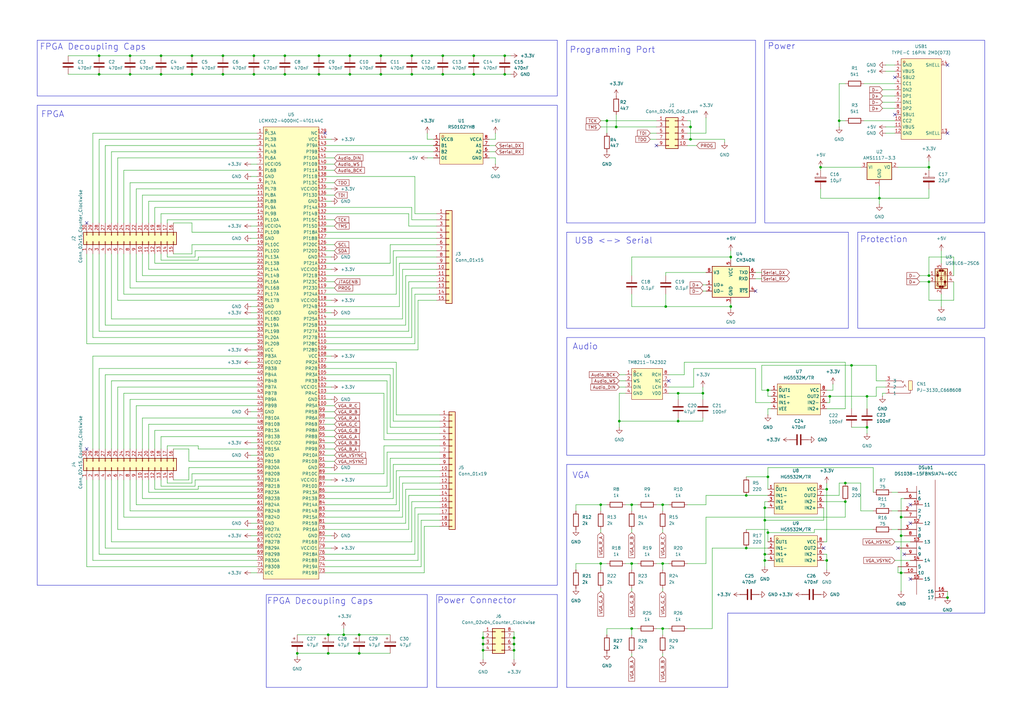
<source format=kicad_sch>
(kicad_sch (version 20250114) (generator "eeschema") (generator_version "9.0")
  (paper "A3")
  (rectangle (start 313.69 16.51) (end 403.86 91.44))
  (rectangle (start 232.41 95.25) (end 347.98 134.62))
  (rectangle (start 179.07 243.84) (end 228.6 281.94))
  (rectangle (start 351.79 95.25) (end 403.86 134.62))
  (rectangle (start 109.22 243.84) (end 175.26 281.94))
  (rectangle (start 15.24 16.51) (end 228.6 39.37))
  (rectangle (start 15.24 43.18) (end 228.6 240.03))
  (rectangle (start 232.41 16.51) (end 309.88 91.44))
  (rectangle (start 232.41 138.43) (end 403.86 186.69))
  (text "Programming Port" (at 251.206 20.574 0) (effects (font (size 2.54 2.54))))
  (text "Power\n" (at 320.548 19.05 0) (effects (font (size 2.54 2.54))))
  (text "FPGA Decoupling Caps\n" (at 131.318 246.634 0) (effects (font (size 2.54 2.54))))
  (text "Power Connector\n" (at 195.58 246.38 0) (effects (font (size 2.54 2.54))))
  (text "Protection " (at 363.474 98.298 0) (effects (font (size 2.54 2.54))))
  (text "VGA" (at 238.252 195.072 0) (effects (font (size 2.54 2.54))))
  (text "Audio\n" (at 240.03 142.24 0) (effects (font (size 2.54 2.54))))
  (text "FPGA\n" (at 21.59 46.99 0) (effects (font (size 2.54 2.54))))
  (text "USB <-> Serial" (at 251.714 98.806 0) (effects (font (size 2.54 2.54))))
  (text "FPGA Decoupling Caps\n" (at 38.1 19.304 0) (effects (font (size 2.54 2.54))))
  (junction (at 355.6 175.26))
  (junction (at 259.08 257.81))
  (junction (at 168.91 22.86))
  (junction (at 168.91 30.48))
  (junction (at 271.78 207.01))
  (junction (at 91.44 22.86))
  (junction (at 40.64 30.48))
  (junction (at 156.21 30.48))
  (junction (at 104.14 30.48))
  (junction (at 346.71 205.74))
  (junction (at 181.61 22.86))
  (junction (at 360.68 81.28))
  (junction (at 314.96 160.02))
  (junction (at 299.72 105.41))
  (junction (at 207.01 30.48))
  (junction (at 254 172.72))
  (junction (at 66.04 22.86))
  (junction (at 288.29 161.29))
  (junction (at 53.34 22.86))
  (junction (at 134.62 260.35))
  (junction (at 147.32 260.35))
  (junction (at 248.92 49.53))
  (junction (at 381 68.58))
  (junction (at 314.96 195.58))
  (junction (at 313.69 213.36))
  (junction (at 121.92 267.97))
  (junction (at 278.13 161.29))
  (junction (at 40.64 22.86))
  (junction (at 313.69 227.33))
  (junction (at 147.32 267.97))
  (junction (at 134.62 267.97))
  (junction (at 53.34 30.48))
  (junction (at 273.05 125.73))
  (junction (at 355.6 162.56))
  (junction (at 78.74 30.48))
  (junction (at 336.55 68.58))
  (junction (at 388.62 245.11))
  (junction (at 369.57 219.71))
  (junction (at 259.08 231.14))
  (junction (at 140.97 260.35))
  (junction (at 339.09 229.87))
  (junction (at 246.38 231.14))
  (junction (at 143.51 30.48))
  (junction (at 313.69 229.87))
  (junction (at 369.57 212.09))
  (junction (at 306.07 203.2))
  (junction (at 194.31 22.86))
  (junction (at 283.21 57.15))
  (junction (at 381 113.03))
  (junction (at 143.51 22.86))
  (junction (at 210.82 261.62))
  (junction (at 207.01 22.86))
  (junction (at 91.44 30.48))
  (junction (at 306.07 224.79))
  (junction (at 346.71 198.12))
  (junction (at 78.74 22.86))
  (junction (at 116.84 30.48))
  (junction (at 181.61 30.48))
  (junction (at 130.81 30.48))
  (junction (at 278.13 172.72))
  (junction (at 381 115.57))
  (junction (at 313.69 208.28))
  (junction (at 156.21 22.86))
  (junction (at 369.57 234.95))
  (junction (at 314.96 218.44))
  (junction (at 259.08 207.01))
  (junction (at 198.12 261.62))
  (junction (at 116.84 22.86))
  (junction (at 340.36 162.56))
  (junction (at 271.78 257.81))
  (junction (at 299.72 125.73))
  (junction (at 66.04 30.48))
  (junction (at 194.31 30.48))
  (junction (at 252.73 52.07))
  (junction (at 104.14 22.86))
  (junction (at 339.09 200.66))
  (junction (at 130.81 22.86))
  (junction (at 271.78 231.14))
  (junction (at 344.17 49.53))
  (junction (at 246.38 207.01))
  (junction (at 198.12 266.7))
  (junction (at 210.82 264.16))
  (junction (at 349.25 149.86))
  (junction (at 210.82 266.7))
  (junction (at 198.12 264.16))
  (junction (at 283.21 52.07))
  (no_connect (at 35.56 91.44))
  (no_connect (at 35.56 184.15))
  (no_connect (at 269.24 59.69))
  (no_connect (at 388.62 26.67))
  (no_connect (at 368.3 224.79))
  (no_connect (at 367.03 46.99))
  (no_connect (at 133.35 54.61))
  (no_connect (at 337.82 224.79))
  (no_connect (at 274.32 156.21))
  (no_connect (at 309.88 119.38))
  (no_connect (at 367.03 31.75))
  (no_connect (at 388.62 54.61))
  (no_connect (at 373.38 237.49))
  (no_connect (at 373.38 214.63))
  (no_connect (at 370.84 227.33))
  (no_connect (at 373.38 207.01))
  (wire (pts (xy 369.57 204.47) (xy 369.57 212.09)))
  (wire (pts (xy 71.12 184.15) (xy 77.47 184.15)))
  (wire (pts (xy 40.64 184.15) (xy 40.64 151.13)))
  (wire (pts (xy 172.72 213.36) (xy 180.34 213.36)))
  (wire (pts (xy 274.32 161.29) (xy 278.13 161.29)))
  (wire (pts (xy 66.04 22.86) (xy 78.74 22.86)))
  (wire (pts (xy 58.42 171.45) (xy 58.42 184.15)))
  (wire (pts (xy 53.34 209.55) (xy 105.41 209.55)))
  (wire (pts (xy 78.74 100.33) (xy 78.74 104.14)))
  (wire (pts (xy 105.41 184.15) (xy 81.28 184.15)))
  (wire (pts (xy 248.92 257.81) (xy 259.08 257.81)))
  (wire (pts (xy 288.29 172.72) (xy 288.29 171.45)))
  (wire (pts (xy 346.71 205.74) (xy 346.71 212.09)))
  (wire (pts (xy 48.26 123.19) (xy 105.41 123.19)))
  (wire (pts (xy 280.67 153.67) (xy 280.67 148.59)))
  (wire (pts (xy 340.36 162.56) (xy 339.09 162.56)))
  (wire (pts (xy 77.47 184.15) (xy 77.47 189.23)))
  (wire (pts (xy 173.99 215.9) (xy 180.34 215.9)))
  (wire (pts (xy 180.34 193.04) (xy 162.56 193.04)))
  (wire (pts (xy 246.38 231.14) (xy 248.92 231.14)))
  (wire (pts (xy 133.35 234.95) (xy 173.99 234.95)))
  (wire (pts (xy 133.35 194.31) (xy 157.48 194.31)))
  (wire (pts (xy 133.35 130.81) (xy 165.1 130.81)))
  (wire (pts (xy 256.54 207.01) (xy 259.08 207.01)))
  (wire (pts (xy 156.21 22.86) (xy 143.51 22.86)))
  (wire (pts (xy 168.91 118.11) (xy 179.07 118.11)))
  (polyline (pts (xy 403.86 251.46) (xy 298.45 251.46)))
  (wire (pts (xy 133.35 100.33) (xy 137.16 100.33)))
  (wire (pts (xy 48.26 217.17) (xy 105.41 217.17)))
  (wire (pts (xy 306.07 224.79) (xy 314.96 224.79)))
  (wire (pts (xy 133.35 161.29) (xy 157.48 161.29)))
  (wire (pts (xy 38.1 146.05) (xy 38.1 184.15)))
  (wire (pts (xy 133.35 219.71) (xy 135.89 219.71)))
  (wire (pts (xy 170.18 208.28) (xy 170.18 227.33)))
  (wire (pts (xy 346.71 148.59) (xy 346.71 167.64)))
  (wire (pts (xy 203.2 67.31) (xy 203.2 64.77)))
  (wire (pts (xy 359.41 149.86) (xy 349.25 149.86)))
  (wire (pts (xy 367.03 229.87) (xy 373.38 229.87)))
  (wire (pts (xy 160.02 201.93) (xy 160.02 187.96)))
  (wire (pts (xy 168.91 138.43) (xy 168.91 118.11)))
  (wire (pts (xy 133.35 59.69) (xy 177.8 59.69)))
  (wire (pts (xy 369.57 219.71) (xy 369.57 212.09)))
  (wire (pts (xy 45.72 222.25) (xy 105.41 222.25)))
  (wire (pts (xy 314.96 195.58) (xy 306.07 195.58)))
  (wire (pts (xy 334.01 217.17) (xy 334.01 218.44)))
  (wire (pts (xy 38.1 146.05) (xy 105.41 146.05)))
  (wire (pts (xy 43.18 153.67) (xy 43.18 184.15)))
  (wire (pts (xy 68.58 105.41) (xy 80.01 105.41)))
  (wire (pts (xy 78.74 95.25) (xy 78.74 91.44)))
  (wire (pts (xy 297.18 58.42) (xy 297.18 57.15)))
  (wire (pts (xy 259.08 231.14) (xy 259.08 233.68)))
  (wire (pts (xy 299.72 105.41) (xy 259.08 105.41)))
  (wire (pts (xy 48.26 104.14) (xy 48.26 123.19)))
  (wire (pts (xy 292.1 224.79) (xy 306.07 224.79)))
  (wire (pts (xy 45.72 156.21) (xy 105.41 156.21)))
  (wire (pts (xy 391.16 123.19) (xy 391.16 115.57)))
  (wire (pts (xy 203.2 57.15) (xy 200.66 57.15)))
  (wire (pts (xy 38.1 104.14) (xy 38.1 138.43)))
  (wire (pts (xy 133.35 115.57) (xy 137.16 115.57)))
  (wire (pts (xy 60.96 201.93) (xy 105.41 201.93)))
  (wire (pts (xy 160.02 153.67) (xy 160.02 175.26)))
  (wire (pts (xy 40.64 227.33) (xy 105.41 227.33)))
  (wire (pts (xy 55.88 184.15) (xy 55.88 166.37)))
  (wire (pts (xy 236.22 233.68) (xy 236.22 231.14)))
  (wire (pts (xy 102.87 234.95) (xy 105.41 234.95)))
  (wire (pts (xy 313.69 208.28) (xy 314.96 208.28)))
  (wire (pts (xy 60.96 82.55) (xy 105.41 82.55)))
  (wire (pts (xy 377.19 113.03) (xy 381 113.03)))
  (wire (pts (xy 133.35 67.31) (xy 137.16 67.31)))
  (wire (pts (xy 284.48 151.13) (xy 309.88 151.13)))
  (wire (pts (xy 314.96 218.44) (xy 314.96 222.25)))
  (wire (pts (xy 55.88 91.44) (xy 55.88 77.47)))
  (wire (pts (xy 102.87 219.71) (xy 105.41 219.71)))
  (wire (pts (xy 171.45 143.51) (xy 171.45 123.19)))
  (wire (pts (xy 53.34 118.11) (xy 105.41 118.11)))
  (wire (pts (xy 40.64 57.15) (xy 105.41 57.15)))
  (wire (pts (xy 198.12 261.62) (xy 198.12 264.16)))
  (wire (pts (xy 133.35 214.63) (xy 166.37 214.63)))
  (wire (pts (xy 40.64 151.13) (xy 105.41 151.13)))
  (wire (pts (xy 102.87 125.73) (xy 105.41 125.73)))
  (wire (pts (xy 353.06 68.58) (xy 336.55 68.58)))
  (wire (pts (xy 133.35 74.93) (xy 137.16 74.93)))
  (wire (pts (xy 35.56 232.41) (xy 105.41 232.41)))
  (wire (pts (xy 48.26 158.75) (xy 48.26 184.15)))
  (wire (pts (xy 309.88 114.3) (xy 312.42 114.3)))
  (wire (pts (xy 181.61 30.48) (xy 194.31 30.48)))
  (wire (pts (xy 339.09 227.33) (xy 339.09 229.87)))
  (wire (pts (xy 339.09 165.1) (xy 340.36 165.1)))
  (wire (pts (xy 133.35 171.45) (xy 137.16 171.45)))
  (wire (pts (xy 368.3 232.41) (xy 368.3 234.95)))
  (wire (pts (xy 133.35 82.55) (xy 135.89 82.55)))
  (wire (pts (xy 246.38 49.53) (xy 248.92 49.53)))
  (wire (pts (xy 102.87 92.71) (xy 105.41 92.71)))
  (wire (pts (xy 271.78 217.17) (xy 271.78 218.44)))
  (wire (pts (xy 339.09 200.66) (xy 339.09 222.25)))
  (wire (pts (xy 355.6 175.26) (xy 349.25 175.26)))
  (wire (pts (xy 133.35 151.13) (xy 161.29 151.13)))
  (wire (pts (xy 133.35 186.69) (xy 137.16 186.69)))
  (wire (pts (xy 133.35 207.01) (xy 162.56 207.01)))
  (wire (pts (xy 133.35 102.87) (xy 137.16 102.87)))
  (wire (pts (xy 314.96 170.18) (xy 314.96 167.64)))
  (wire (pts (xy 344.17 49.53) (xy 344.17 34.29)))
  (wire (pts (xy 344.17 52.07) (xy 344.17 49.53)))
  (wire (pts (xy 353.06 198.12) (xy 346.71 198.12)))
  (wire (pts (xy 248.92 49.53) (xy 248.92 54.61)))
  (wire (pts (xy 173.99 234.95) (xy 173.99 215.9)))
  (wire (pts (xy 283.21 57.15) (xy 283.21 52.07)))
  (wire (pts (xy 143.51 22.86) (xy 130.81 22.86)))
  (wire (pts (xy 354.33 49.53) (xy 367.03 49.53)))
  (wire (pts (xy 283.21 52.07) (xy 281.94 52.07)))
  (wire (pts (xy 38.1 54.61) (xy 38.1 91.44)))
  (wire (pts (xy 367.03 222.25) (xy 373.38 222.25)))
  (wire (pts (xy 48.26 196.85) (xy 48.26 217.17)))
  (wire (pts (xy 355.6 162.56) (xy 355.6 167.64)))
  (wire (pts (xy 309.88 165.1) (xy 316.23 165.1)))
  (wire (pts (xy 292.1 257.81) (xy 292.1 224.79)))
  (wire (pts (xy 299.72 125.73) (xy 299.72 127)))
  (wire (pts (xy 77.47 191.77) (xy 77.47 196.85)))
  (wire (pts (xy 60.96 110.49) (xy 105.41 110.49)))
  (wire (pts (xy 133.35 191.77) (xy 135.89 191.77)))
  (wire (pts (xy 259.08 105.41) (xy 259.08 113.03)))
  (wire (pts (xy 363.22 156.21) (xy 359.41 156.21)))
  (wire (pts (xy 344.17 203.2) (xy 337.82 203.2)))
  (wire (pts (xy 81.28 106.68) (xy 81.28 105.41)))
  (wire (pts (xy 344.17 198.12) (xy 344.17 203.2)))
  (wire (pts (xy 66.04 104.14) (xy 66.04 106.68)))
  (wire (pts (xy 209.55 30.48) (xy 207.01 30.48)))
  (wire (pts (xy 337.82 200.66) (xy 339.09 200.66)))
  (wire (pts (xy 161.29 172.72) (xy 161.29 151.13)))
  (wire (pts (xy 104.14 30.48) (xy 116.84 30.48)))
  (wire (pts (xy 162.56 148.59) (xy 162.56 170.18)))
  (wire (pts (xy 168.91 222.25) (xy 168.91 205.74)))
  (wire (pts (xy 133.35 199.39) (xy 158.75 199.39)))
  (wire (pts (xy 180.34 203.2) (xy 167.64 203.2)))
  (wire (pts (xy 80.01 105.41) (xy 80.01 102.87)))
  (wire (pts (xy 289.56 54.61) (xy 281.94 54.61)))
  (wire (pts (xy 198.12 264.16) (xy 198.12 266.7)))
  (wire (pts (xy 200.66 62.23) (xy 203.2 62.23)))
  (wire (pts (xy 314.96 167.64) (xy 316.23 167.64)))
  (wire (pts (xy 165.1 198.12) (xy 165.1 212.09)))
  (wire (pts (xy 271.78 231.14) (xy 271.78 233.68)))
  (wire (pts (xy 312.42 160.02) (xy 314.96 160.02)))
  (wire (pts (xy 102.87 67.31) (xy 105.41 67.31)))
  (wire (pts (xy 68.58 196.85) (xy 68.58 198.12)))
  (wire (pts (xy 313.69 213.36) (xy 313.69 208.28)))
  (wire (pts (xy 80.01 102.87) (xy 105.41 102.87)))
  (wire (pts (xy 63.5 196.85) (xy 63.5 200.66)))
  (wire (pts (xy 35.56 140.97) (xy 105.41 140.97)))
  (wire (pts (xy 175.26 54.61) (xy 175.26 57.15)))
  (wire (pts (xy 66.04 91.44) (xy 66.04 87.63)))
  (wire (pts (xy 40.64 30.48) (xy 53.34 30.48)))
  (wire (pts (xy 288.29 119.38) (xy 289.56 119.38)))
  (wire (pts (xy 66.04 184.15) (xy 66.04 179.07)))
  (wire (pts (xy 175.26 57.15) (xy 177.8 57.15)))
  (wire (pts (xy 45.72 222.25) (xy 45.72 196.85)))
  (wire (pts (xy 254 158.75) (xy 256.54 158.75)))
  (wire (pts (xy 133.35 217.17) (xy 167.64 217.17)))
  (wire (pts (xy 68.58 198.12) (xy 78.74 198.12)))
  (wire (pts (xy 133.35 87.63) (xy 167.64 87.63)))
  (wire (pts (xy 133.35 113.03) (xy 161.29 113.03)))
  (wire (pts (xy 166.37 113.03) (xy 179.07 113.03)))
  (wire (pts (xy 121.92 267.97) (xy 121.92 269.24)))
  (wire (pts (xy 35.56 232.41) (xy 35.56 196.85)))
  (wire (pts (xy 162.56 105.41) (xy 179.07 105.41)))
  (wire (pts (xy 102.87 186.69) (xy 105.41 186.69)))
  (wire (pts (xy 284.48 158.75) (xy 284.48 151.13)))
  (wire (pts (xy 269.24 207.01) (xy 271.78 207.01)))
  (polyline (pts (xy 232.41 190.5) (xy 403.86 190.5)))
  (wire (pts (xy 252.73 46.99) (xy 252.73 52.07)))
  (wire (pts (xy 361.95 44.45) (xy 367.03 44.45)))
  (wire (pts (xy 78.74 95.25) (xy 105.41 95.25)))
  (wire (pts (xy 55.88 207.01) (xy 55.88 196.85)))
  (wire (pts (xy 359.41 158.75) (xy 359.41 162.56)))
  (wire (pts (xy 167.64 87.63) (xy 167.64 92.71)))
  (wire (pts (xy 246.38 231.14) (xy 246.38 233.68)))
  (wire (pts (xy 349.25 149.86) (xy 349.25 167.64)))
  (wire (pts (xy 45.72 130.81) (xy 105.41 130.81)))
  (wire (pts (xy 133.35 92.71) (xy 137.16 92.71)))
  (wire (pts (xy 63.5 107.95) (xy 105.41 107.95)))
  (wire (pts (xy 377.19 115.57) (xy 381 115.57)))
  (wire (pts (xy 391.16 113.03) (xy 391.16 105.41)))
  (wire (pts (xy 313.69 229.87) (xy 313.69 227.33)))
  (wire (pts (xy 38.1 196.85) (xy 38.1 229.87)))
  (wire (pts (xy 133.35 209.55) (xy 163.83 209.55)))
  (wire (pts (xy 171.45 210.82) (xy 180.34 210.82)))
  (wire (pts (xy 271.78 231.14) (xy 274.32 231.14)))
  (wire (pts (xy 180.34 198.12) (xy 165.1 198.12)))
  (wire (pts (xy 391.16 105.41) (xy 381 105.41)))
  (wire (pts (xy 121.92 267.97) (xy 134.62 267.97)))
  (wire (pts (xy 180.34 177.8) (xy 158.75 177.8)))
  (wire (pts (xy 133.35 133.35) (xy 166.37 133.35)))
  (wire (pts (xy 203.2 64.77) (xy 200.66 64.77)))
  (wire (pts (xy 102.87 97.79) (xy 105.41 97.79)))
  (wire (pts (xy 172.72 232.41) (xy 172.72 213.36)))
  (wire (pts (xy 280.67 148.59) (xy 346.71 148.59)))
  (wire (pts (xy 271.78 207.01) (xy 271.78 209.55)))
  (wire (pts (xy 66.04 179.07) (xy 105.41 179.07)))
  (wire (pts (xy 68.58 90.17) (xy 105.41 90.17)))
  (wire (pts (xy 369.57 219.71) (xy 369.57 234.95)))
  (wire (pts (xy 162.56 120.65) (xy 162.56 105.41)))
  (wire (pts (xy 336.55 77.47) (xy 336.55 81.28)))
  (wire (pts (xy 180.34 208.28) (xy 170.18 208.28)))
  (wire (pts (xy 246.38 207.01) (xy 246.38 209.55)))
  (wire (pts (xy 78.74 91.44) (xy 71.12 91.44)))
  (wire (pts (xy 78.74 100.33) (xy 105.41 100.33)))
  (wire (pts (xy 248.92 49.53) (xy 269.24 49.53)))
  (wire (pts (xy 312.42 149.86) (xy 312.42 160.02)))
  (wire (pts (xy 43.18 196.85) (xy 43.18 224.79)))
  (wire (pts (xy 50.8 212.09) (xy 50.8 196.85)))
  (wire (pts (xy 133.35 173.99) (xy 137.16 173.99)))
  (wire (pts (xy 381 123.19) (xy 391.16 123.19)))
  (wire (pts (xy 369.57 234.95) (xy 369.57 242.57)))
  (wire (pts (xy 78.74 198.12) (xy 78.74 194.31)))
  (wire (pts (xy 181.61 22.86) (xy 194.31 22.86)))
  (wire (pts (xy 360.68 76.2) (xy 360.68 81.28)))
  (wire (pts (xy 91.44 30.48) (xy 78.74 30.48)))
  (wire (pts (xy 368.3 68.58) (xy 381 68.58)))
  (wire (pts (xy 43.18 153.67) (xy 105.41 153.67)))
  (wire (pts (xy 271.78 207.01) (xy 274.32 207.01)))
  (wire (pts (xy 38.1 229.87) (xy 105.41 229.87)))
  (wire (pts (xy 63.5 176.53) (xy 105.41 176.53)))
  (wire (pts (xy 168.91 85.09) (xy 168.91 90.17)))
  (wire (pts (xy 45.72 184.15) (xy 45.72 156.21)))
  (wire (pts (xy 58.42 104.14) (xy 58.42 113.03)))
  (wire (pts (xy 81.28 200.66) (xy 63.5 200.66)))
  (wire (pts (xy 60.96 91.44) (xy 60.96 82.55)))
  (wire (pts (xy 365.76 217.17) (xy 368.3 217.17)))
  (wire (pts (xy 341.63 160.02) (xy 339.09 160.02)))
  (wire (pts (xy 288.29 116.84) (xy 289.56 116.84)))
  (wire (pts (xy 80.01 199.39) (xy 66.04 199.39)))
  (wire (pts (xy 167.64 203.2) (xy 167.64 217.17)))
  (wire (pts (xy 254 172.72) (xy 278.13 172.72)))
  (wire (pts (xy 365.76 201.93) (xy 368.3 201.93)))
  (wire (pts (xy 134.62 260.35) (xy 140.97 260.35)))
  (wire (pts (xy 171.45 229.87) (xy 171.45 210.82)))
  (wire (pts (xy 102.87 168.91) (xy 105.41 168.91)))
  (wire (pts (xy 313.69 205.74) (xy 313.69 208.28)))
  (wire (pts (xy 254 161.29) (xy 256.54 161.29)))
  (wire (pts (xy 259.08 207.01) (xy 259.08 209.55)))
  (wire (pts (xy 281.94 59.69) (xy 285.75 59.69)))
  (wire (pts (xy 158.75 177.8) (xy 158.75 156.21)))
  (wire (pts (xy 163.83 125.73) (xy 163.83 107.95)))
  (wire (pts (xy 281.94 231.14) (xy 289.56 231.14)))
  (wire (pts (xy 363.22 26.67) (xy 367.03 26.67)))
  (wire (pts (xy 55.88 166.37) (xy 105.41 166.37)))
  (wire (pts (xy 121.92 260.35) (xy 134.62 260.35)))
  (wire (pts (xy 355.6 162.56) (xy 340.36 162.56)))
  (wire (pts (xy 278.13 172.72) (xy 288.29 172.72)))
  (wire (pts (xy 168.91 205.74) (xy 180.34 205.74)))
  (wire (pts (xy 68.58 182.88) (xy 68.58 184.15)))
  (wire (pts (xy 175.26 64.77) (xy 177.8 64.77)))
  (wire (pts (xy 40.64 227.33) (xy 40.64 196.85)))
  (wire (pts (xy 381 105.41) (xy 381 113.03)))
  (wire (pts (xy 313.69 227.33) (xy 313.69 213.36)))
  (wire (pts (xy 314.96 191.77) (xy 314.96 195.58)))
  (wire (pts (xy 273.05 111.76) (xy 273.05 113.03)))
  (wire (pts (xy 133.35 138.43) (xy 168.91 138.43)))
  (wire (pts (xy 133.35 118.11) (xy 137.16 118.11)))
  (wire (pts (xy 358.14 209.55) (xy 353.06 209.55)))
  (wire (pts (xy 81.28 199.39) (xy 81.28 200.66)))
  (wire (pts (xy 133.35 163.83) (xy 135.89 163.83)))
  (wire (pts (xy 102.87 128.27) (xy 105.41 128.27)))
  (wire (pts (xy 259.08 241.3) (xy 259.08 242.57)))
  (wire (pts (xy 133.35 125.73) (xy 163.83 125.73)))
  (wire (pts (xy 162.56 193.04) (xy 162.56 207.01)))
  (wire (pts (xy 388.62 245.11) (xy 388.62 242.57)))
  (wire (pts (xy 273.05 125.73) (xy 299.72 125.73)))
  (wire (pts (xy 207.01 22.86) (xy 194.31 22.86)))
  (wire (pts (xy 259.08 120.65) (xy 259.08 125.73)))
  (wire (pts (xy 58.42 80.01) (xy 58.42 91.44)))
  (wire (pts (xy 344.17 49.53) (xy 346.71 49.53)))
  (wire (pts (xy 133.35 64.77) (xy 137.16 64.77)))
  (wire (pts (xy 60.96 196.85) (xy 60.96 201.93)))
  (wire (pts (xy 339.09 198.12) (xy 339.09 200.66)))
  (wire (pts (xy 134.62 267.97) (xy 147.32 267.97)))
  (wire (pts (xy 281.94 57.15) (xy 283.21 57.15)))
  (wire (pts (xy 77.47 189.23) (xy 105.41 189.23)))
  (wire (pts (xy 210.82 261.62) (xy 210.82 264.16)))
  (wire (pts (xy 133.35 135.89) (xy 167.64 135.89)))
  (wire (pts (xy 363.22 54.61) (xy 367.03 54.61)))
  (wire (pts (xy 200.66 59.69) (xy 203.2 59.69)))
  (wire (pts (xy 361.95 161.29) (xy 363.22 161.29)))
  (wire (pts (xy 50.8 212.09) (xy 105.41 212.09)))
  (wire (pts (xy 271.78 267.97) (xy 271.78 269.24)))
  (wire (pts (xy 133.35 69.85) (xy 137.16 69.85)))
  (wire (pts (xy 252.73 52.07) (xy 269.24 52.07)))
  (wire (pts (xy 102.87 143.51) (xy 105.41 143.51)))
  (wire (pts (xy 166.37 214.63) (xy 166.37 200.66)))
  (wire (pts (xy 341.63 157.48) (xy 341.63 160.02)))
  (wire (pts (xy 66.04 30.48) (xy 78.74 30.48)))
  (wire (pts (xy 314.96 160.02) (xy 316.23 160.02)))
  (wire (pts (xy 91.44 22.86) (xy 104.14 22.86)))
  (wire (pts (xy 58.42 113.03) (xy 105.41 113.03)))
  (wire (pts (xy 68.58 104.14) (xy 68.58 105.41)))
  (wire (pts (xy 269.24 231.14) (xy 271.78 231.14)))
  (wire (pts (xy 133.35 148.59) (xy 162.56 148.59)))
  (wire (pts (xy 281.94 207.01) (xy 289.56 207.01)))
  (wire (pts (xy 133.35 227.33) (xy 170.18 227.33)))
  (wire (pts (xy 104.14 30.48) (xy 91.44 30.48)))
  (wire (pts (xy 210.82 266.7) (xy 210.82 270.51)))
  (wire (pts (xy 363.22 158.75) (xy 359.41 158.75)))
  (wire (pts (xy 161.29 190.5) (xy 180.34 190.5)))
  (wire (pts (xy 45.72 62.23) (xy 105.41 62.23)))
  (wire (pts (xy 50.8 69.85) (xy 105.41 69.85)))
  (wire (pts (xy 133.35 62.23) (xy 177.8 62.23)))
  (wire (pts (xy 283.21 49.53) (xy 283.21 52.07)))
  (wire (pts (xy 314.96 200.66) (xy 314.96 195.58)))
  (wire (pts (xy 170.18 120.65) (xy 170.18 140.97)))
  (wire (pts (xy 162.56 170.18) (xy 180.34 170.18)))
  (wire (pts (xy 55.88 207.01) (xy 105.41 207.01)))
  (wire (pts (xy 165.1 110.49) (xy 165.1 130.81)))
  (wire (pts (xy 167.64 92.71) (xy 179.07 92.71)))
  (wire (pts (xy 363.22 52.07) (xy 367.03 52.07)))
  (wire (pts (xy 80.01 196.85) (xy 80.01 199.39)))
  (wire (pts (xy 38.1 54.61) (xy 105.41 54.61)))
  (wire (pts (xy 359.41 156.21) (xy 359.41 149.86)))
  (wire (pts (xy 166.37 133.35) (xy 166.37 113.03)))
  (wire (pts (xy 133.35 140.97) (xy 170.18 140.97)))
  (wire (pts (xy 40.64 135.89) (xy 40.64 104.14)))
  (wire (pts (xy 274.32 158.75) (xy 284.48 158.75)))
  (wire (pts (xy 306.07 203.2) (xy 314.96 203.2)))
  (wire (pts (xy 40.64 135.89) (xy 105.41 135.89)))
  (wire (pts (xy 81.28 184.15) (xy 81.28 182.88)))
  (wire (pts (xy 210.82 259.08) (xy 210.82 261.62)))
  (wire (pts (xy 358.14 201.93) (xy 358.14 191.77)))
  (wire (pts (xy 50.8 120.65) (xy 105.41 120.65)))
  (wire (pts (xy 358.14 191.77) (xy 314.96 191.77)))
  (wire (pts (xy 381 81.28) (xy 381 77.47)))
  (wire (pts (xy 381 68.58) (xy 381 69.85)))
  (wire (pts (xy 316.23 162.56) (xy 314.96 162.56)))
  (wire (pts (xy 156.21 22.86) (xy 168.91 22.86)))
  (wire (pts (xy 313.69 229.87) (xy 313.69 232.41)))
  (wire (pts (xy 133.35 222.25) (xy 168.91 222.25)))
  (wire (pts (xy 355.6 177.8) (xy 355.6 175.26)))
  (wire (pts (xy 133.35 181.61) (xy 137.16 181.61)))
  (wire (pts (xy 369.57 212.09) (xy 370.84 212.09)))
  (wire (pts (xy 271.78 241.3) (xy 271.78 242.57)))
  (wire (pts (xy 133.35 204.47) (xy 161.29 204.47)))
  (wire (pts (xy 337.82 208.28) (xy 337.82 213.36)))
  (wire (pts (xy 66.04 106.68) (xy 81.28 106.68)))
  (wire (pts (xy 236.22 231.14) (xy 246.38 231.14)))
  (wire (pts (xy 179.07 115.57) (xy 167.64 115.57)))
  (wire (pts (xy 168.91 90.17) (xy 179.07 90.17)))
  (wire (pts (xy 130.81 30.48) (xy 143.51 30.48)))
  (wire (pts (xy 104.14 22.86) (xy 116.84 22.86)))
  (wire (pts (xy 368.3 234.95) (xy 369.57 234.95)))
  (wire (pts (xy 133.35 184.15) (xy 137.16 184.15)))
  (wire (pts (xy 299.72 124.46) (xy 299.72 125.73)))
  (wire (pts (xy 281.94 49.53) (xy 283.21 49.53)))
  (wire (pts (xy 133.35 212.09) (xy 165.1 212.09)))
  (wire (pts (xy 43.18 59.69) (xy 43.18 91.44)))
  (wire (pts (xy 171.45 123.19) (xy 179.07 123.19)))
  (wire (pts (xy 133.35 166.37) (xy 137.16 166.37)))
  (wire (pts (xy 299.72 106.68) (xy 299.72 105.41)))
  (wire (pts (xy 246.38 217.17) (xy 246.38 218.44)))
  (wire (pts (xy 254 153.67) (xy 256.54 153.67)))
  (wire (pts (xy 340.36 165.1) (xy 340.36 162.56)))
  (wire (pts (xy 60.96 184.15) (xy 60.96 173.99)))
  (wire (pts (xy 58.42 196.85) (xy 58.42 204.47)))
  (wire (pts (xy 53.34 104.14) (xy 53.34 118.11)))
  (wire (pts (xy 381 66.04) (xy 381 68.58)))
  (wire (pts (xy 346.71 198.12) (xy 344.17 198.12)))
  (wire (pts (xy 314.96 218.44) (xy 334.01 218.44)))
  (wire (pts (xy 248.92 260.35) (xy 248.92 257.81)))
  (wire (pts (xy 346.71 167.64) (xy 339.09 167.64)))
  (wire (pts (xy 133.35 57.15) (xy 135.89 57.15)))
  (wire (pts (xy 133.35 97.79) (xy 179.07 97.79)))
  (wire (pts (xy 81.28 182.88) (xy 68.58 182.88)))
  (wire (pts (xy 133.35 146.05) (xy 135.89 146.05)))
  (wire (pts (xy 135.89 158.75) (xy 133.35 158.75)))
  (wire (pts (xy 157.48 180.34) (xy 180.34 180.34)))
  (wire (pts (xy 386.08 120.65) (xy 386.08 125.73)))
  (wire (pts (xy 266.7 57.15) (xy 269.24 57.15)))
  (wire (pts (xy 259.08 257.81) (xy 261.62 257.81)))
  (wire (pts (xy 163.83 195.58) (xy 180.34 195.58)))
  (wire (pts (xy 60.96 104.14) (xy 60.96 110.49)))
  (wire (pts (xy 259.08 125.73) (xy 273.05 125.73)))
  (wire (pts (xy 297.18 57.15) (xy 283.21 57.15)))
  (wire (pts (xy 102.87 214.63) (xy 105.41 214.63)))
  (wire (pts (xy 80.01 196.85) (xy 105.41 196.85)))
  (wire (pts (xy 259.08 231.14) (xy 261.62 231.14)))
  (polyline (pts (xy 298.45 251.46) (xy 298.45 281.94)))
  (wire (pts (xy 63.5 176.53) (xy 63.5 184.15)))
  (wire (pts (xy 288.29 163.83) (xy 288.29 161.29)))
  (wire (pts (xy 133.35 153.67) (xy 160.02 153.67)))
  (wire (pts (xy 157.48 194.31) (xy 157.48 182.88)))
  (wire (pts (xy 198.12 259.08) (xy 198.12 261.62)))
  (wire (pts (xy 336.55 81.28) (xy 360.68 81.28)))
  (wire (pts (xy 180.34 185.42) (xy 158.75 185.42)))
  (polyline (pts (xy 298.45 281.94) (xy 232.41 281.94)))
  (wire (pts (xy 147.32 267.97) (xy 160.02 267.97)))
  (wire (pts (xy 63.5 107.95) (xy 63.5 104.14)))
  (wire (pts (xy 288.29 158.75) (xy 288.29 161.29)))
  (wire (pts (xy 133.35 143.51) (xy 171.45 143.51)))
  (wire (pts (xy 133.35 107.95) (xy 160.02 107.95)))
  (wire (pts (xy 161.29 113.03) (xy 161.29 102.87)))
  (wire (pts (xy 194.31 30.48) (xy 207.01 30.48)))
  (wire (pts (xy 133.35 176.53) (xy 137.16 176.53)))
  (wire (pts (xy 48.26 64.77) (xy 48.26 91.44)))
  (wire (pts (xy 133.35 120.65) (xy 162.56 120.65)))
  (wire (pts (xy 50.8 120.65) (xy 50.8 104.14)))
  (wire (pts (xy 259.08 217.17) (xy 259.08 218.44)))
  (wire (pts (xy 133.35 95.25) (xy 179.07 95.25)))
  (wire (pts (xy 147.32 260.35) (xy 160.02 260.35)))
  (wire (pts (xy 386.08 102.87) (xy 386.08 107.95)))
  (wire (pts (xy 309.88 111.76) (xy 312.42 111.76)))
  (wire (pts (xy 133.35 168.91) (xy 137.16 168.91)))
  (wire (pts (xy 170.18 87.63) (xy 179.07 87.63)))
  (wire (pts (xy 105.41 105.41) (xy 81.28 105.41)))
  (wire (pts (xy 365.76 209.55) (xy 368.3 209.55)))
  (wire (pts (xy 269.24 257.81) (xy 271.78 257.81)))
  (wire (pts (xy 163.83 107.95) (xy 179.07 107.95)))
  (wire (pts (xy 157.48 182.88) (xy 180.34 182.88)))
  (wire (pts (xy 370.84 234.95) (xy 369.57 234.95)))
  (wire (pts (xy 281.94 257.81) (xy 292.1 257.81)))
  (wire (pts (xy 53.34 74.93) (xy 105.41 74.93)))
  (wire (pts (xy 58.42 204.47) (xy 105.41 204.47)))
  (wire (pts (xy 273.05 120.65) (xy 273.05 125.73)))
  (wire (pts (xy 77.47 196.85) (xy 71.12 196.85)))
  (wire (pts (xy 156.21 30.48) (xy 168.91 30.48)))
  (wire (pts (xy 45.72 130.81) (xy 45.72 104.14)))
  (wire (pts (xy 209.55 22.86) (xy 207.01 22.86)))
  (wire (pts (xy 168.91 22.86) (xy 181.61 22.86)))
  (wire (pts (xy 48.26 158.75) (xy 105.41 158.75)))
  (wire (pts (xy 140.97 260.35) (xy 147.32 260.35)))
  (wire (pts (xy 53.34 163.83) (xy 105.41 163.83)))
  (wire (pts (xy 360.68 81.28) (xy 360.68 83.82)))
  (wire (pts (xy 160.02 187.96) (xy 180.34 187.96)))
  (wire (pts (xy 254 172.72) (xy 254 161.29)))
  (wire (pts (xy 246.38 241.3) (xy 246.38 242.57)))
  (wire (pts (xy 236.22 207.01) (xy 246.38 207.01)))
  (wire (pts (xy 313.69 227.33) (xy 314.96 227.33)))
  (wire (pts (xy 133.35 90.17) (xy 137.16 90.17)))
  (wire (pts (xy 179.07 110.49) (xy 165.1 110.49)))
  (wire (pts (xy 38.1 138.43) (xy 105.41 138.43)))
  (wire (pts (xy 50.8 91.44) (xy 50.8 69.85)))
  (wire (pts (xy 160.02 107.95) (xy 160.02 100.33)))
  (wire (pts (xy 133.35 156.21) (xy 158.75 156.21)))
  (wire (pts (xy 289.56 203.2) (xy 306.07 203.2)))
  (wire (pts (xy 53.34 196.85) (xy 53.34 209.55)))
  (wire (pts (xy 278.13 161.29) (xy 278.13 163.83)))
  (wire (pts (xy 363.22 29.21) (xy 367.03 29.21)))
  (wire (pts (xy 63.5 85.09) (xy 63.5 91.44)))
  (wire (pts (xy 40.64 91.44) (xy 40.64 57.15)))
  (wire (pts (xy 91.44 22.86) (xy 78.74 22.86)))
  (wire (pts (xy 266.7 54.61) (xy 269.24 54.61)))
  (wire (pts (xy 78.74 104.14) (xy 71.12 104.14)))
  (wire (pts (xy 254 156.21) (xy 256.54 156.21)))
  (wire (pts (xy 35.56 140.97) (xy 35.56 104.14)))
  (wire (pts (xy 135.89 110.49) (xy 133.35 110.49)))
  (wire (pts (xy 309.88 151.13) (xy 309.88 165.1)))
  (wire (pts (xy 66.04 87.63) (xy 105.41 87.63)))
  (wire (pts (xy 314.96 162.56) (xy 314.96 160.02)))
  (wire (pts (xy 361.95 39.37) (xy 367.03 39.37)))
  (wire (pts (xy 161.29 204.47) (xy 161.29 190.5)))
  (wire (pts (xy 246.38 207.01) (xy 248.92 207.01)))
  (wire (pts (xy 254 172.72) (xy 254 175.26)))
  (wire (pts (xy 337.82 205.74) (xy 346.71 205.74)))
  (wire (pts (xy 53.34 30.48) (xy 66.04 30.48)))
  (wire (pts (xy 314.96 229.87) (xy 313.69 229.87)))
  (wire (pts (xy 179.07 120.65) (xy 170.18 120.65)))
  (wire (pts (xy 288.29 161.29) (xy 278.13 161.29)))
  (wire (pts (xy 78.74 194.31) (xy 105.41 194.31)))
  (wire (pts (xy 339.09 229.87) (xy 339.09 233.68)))
  (wire (pts (xy 43.18 59.69) (xy 105.41 59.69)))
  (wire (pts (xy 353.06 209.55) (xy 353.06 198.12)))
  (polyline (pts (xy 232.41 281.94) (xy 232.41 190.5)))
  (wire (pts (xy 289.56 111.76) (xy 273.05 111.76)))
  (wire (pts (xy 66.04 199.39) (xy 66.04 196.85)))
  (wire (pts (xy 157.48 161.29) (xy 157.48 180.34)))
  (wire (pts (xy 50.8 184.15) (xy 50.8 161.29)))
  (wire (pts (xy 361.95 162.56) (xy 361.95 161.29)))
  (wire (pts (xy 259.08 207.01) (xy 261.62 207.01)))
  (wire (pts (xy 246.38 52.07) (xy 252.73 52.07)))
  (wire (pts (xy 58.42 80.01) (xy 105.41 80.01)))
  (wire (pts (xy 102.87 181.61) (xy 105.41 181.61)))
  (wire (pts (xy 163.83 209.55) (xy 163.83 195.58)))
  (wire (pts (xy 289.56 212.09) (xy 346.71 212.09)))
  (wire (pts (xy 63.5 85.09) (xy 105.41 85.09)))
  (wire (pts (xy 271.78 257.81) (xy 274.32 257.81)))
  (wire (pts (xy 133.35 128.27) (xy 135.89 128.27)))
  (wire (pts (xy 160.02 175.26) (xy 180.34 175.26)))
  (wire (pts (xy 314.96 217.17) (xy 314.96 218.44)))
  (wire (pts (xy 27.94 30.48) (xy 40.64 30.48)))
  (wire (pts (xy 344.17 34.29) (xy 346.71 34.29)))
  (wire (pts (xy 289.56 231.14) (xy 289.56 212.09)))
  (wire (pts (xy 359.41 162.56) (xy 355.6 162.56)))
  (wire (pts (xy 53.34 22.86) (xy 66.04 22.86)))
  (wire (pts (xy 53.34 74.93) (xy 53.34 91.44)))
  (wire (pts (xy 166.37 200.66) (xy 180.34 200.66)))
  (wire (pts (xy 143.51 30.48) (xy 156.21 30.48)))
  (wire (pts (xy 236.22 209.55) (xy 236.22 207.01)))
  (wire (pts (xy 135.89 224.79) (xy 133.35 224.79)))
  (wire (pts (xy 43.18 104.14) (xy 43.18 133.35)))
  (wire (pts (xy 135.89 123.19) (xy 133.35 123.19)))
  (wire (pts (xy 43.18 224.79) (xy 105.41 224.79)))
  (wire (pts (xy 306.07 217.17) (xy 314.96 217.17)))
  (wire (pts (xy 58.42 171.45) (xy 105.41 171.45)))
  (wire (pts (xy 370.84 204.47) (xy 369.57 204.47)))
  (wire (pts (xy 102.87 148.59) (xy 105.41 148.59)))
  (wire (pts (xy 133.35 80.01) (xy 137.16 80.01)))
  (wire (pts (xy 339.09 222.25) (xy 337.82 222.25)))
  (wire (pts (xy 381 115.57) (xy 381 123.19)))
  (wire (pts (xy 133.35 179.07) (xy 137.16 179.07)))
  (wire (pts (xy 271.78 257.81) (xy 271.78 260.35)))
  (wire (pts (xy 133.35 77.47) (xy 135.89 77.47)))
  (wire (pts (xy 339.09 227.33) (xy 337.82 227.33)))
  (wire (pts (xy 55.88 115.57) (xy 55.88 104.14)))
  (wire (pts (xy 274.32 153.67) (xy 280.67 153.67)))
  (wire (pts (xy 133.35 105.41) (xy 135.89 105.41)))
  (wire (pts (xy 160.02 100.33) (xy 179.07 100.33)))
  (wire (pts (xy 259.08 267.97) (xy 259.08 269.24)))
  (wire (pts (xy 361.95 36.83) (xy 367.03 36.83)))
  (wire (pts (xy 161.29 102.87) (xy 179.07 102.87)))
  (wire (pts (xy 210.82 264.16) (xy 210.82 266.7)))
  (wire (pts (xy 180.34 172.72) (xy 161.29 172.72)))
  (wire (pts (xy 27.94 22.86) (xy 40.64 22.86)))
  (wire (pts (xy 289.56 48.26) (xy 289.56 54.61)))
  (wire (pts (xy 370.84 219.71) (xy 369.57 219.71)))
  (wire (pts (xy 55.88 115.57) (xy 105.41 115.57)))
  (wire (pts (xy 358.14 217.17) (xy 334.01 217.17)))
  (wire (pts (xy 135.89 196.85) (xy 133.35 196.85)))
  (wire (pts (xy 339.09 229.87) (xy 337.82 229.87)))
  (wire (pts (xy 60.96 173.99) (xy 105.41 173.99)))
  (wire (pts (xy 55.88 77.47) (xy 105.41 77.47)))
  (wire (pts (xy 289.56 207.01) (xy 289.56 203.2)))
  (wire (pts (xy 130.81 22.86) (xy 116.84 22.86)))
  (wire (pts (xy 45.72 91.44) (xy 45.72 62.23)))
  (wire (pts (xy 336.55 68.58) (xy 336.55 69.85)))
  (wire (pts (xy 299.72 102.87) (xy 299.72 105.41)))
  (wire (pts (xy 116.84 30.48) (xy 130.81 30.48)))
  (wire (pts (xy 102.87 72.39) (xy 105.41 72.39)))
  (wire (pts (xy 314.96 205.74) (xy 313.69 205.74)))
  (wire (pts (xy 278.13 172.72) (xy 278.13 171.45)))
  (wire (pts (xy 203.2 54.61) (xy 203.2 57.15)))
  (wire (pts (xy 48.26 64.77) (xy 105.41 64.77)))
  (wire (pts (xy 349.25 149.86) (xy 312.42 149.86)))
  (wire (pts (xy 133.35 72.39) (xy 170.18 72.39)))
  (wire (pts (xy 198.12 266.7) (xy 198.12 270.51)))
  (polyline (pts (xy 403.86 190.5) (xy 403.86 251.46)))
  (wire (pts (xy 337.82 213.36) (xy 313.69 213.36)))
  (wire (pts (xy 105.41 199.39) (xy 81.28 199.39)))
  (wire (pts (xy 360.68 81.28) (xy 381 81.28)))
  (wire (pts (xy 133.35 229.87) (xy 171.45 229.87)))
  (wire (pts (xy 361.95 41.91) (xy 367.03 41.91)))
  (wire (pts (xy 259.08 257.81) (xy 259.08 260.35)))
  (wire (pts (xy 68.58 90.17) (xy 68.58 91.44)))
  (wire (pts (xy 133.35 189.23) (xy 137.16 189.23)))
  (wire (pts (xy 133.35 85.09) (xy 168.91 85.09)))
  (wire (pts (xy 50.8 161.29) (xy 105.41 161.29)))
  (wire (pts (xy 170.18 72.39) (xy 170.18 87.63)))
  (wire (pts (xy 256.54 231.14) (xy 259.08 231.14)))
  (wire (pts (xy 167.64 115.57) (xy 167.64 135.89)))
  (wire (pts (xy 53.34 163.83) (xy 53.34 184.15)))
  (wire (pts (xy 133.35 232.41) (xy 172.72 232.41)))
  (wire (pts (xy 43.18 133.35) (xy 105.41 133.35)))
  (wire (pts (xy 354.33 34.29) (xy 367.03 34.29)))
  (wire (pts (xy 40.64 22.86) (xy 53.34 22.86)))
  (wire (pts (xy 158.75 185.42) (xy 158.75 199.39)))
  (wire (pts (xy 140.97 257.81) (xy 140.97 260.35)))
  (wire (pts (xy 133.35 201.93) (xy 160.02 201.93)))
  (wire (pts (xy 77.47 191.77) (xy 105.41 191.77)))
  (wire (pts (xy 168.91 30.48) (xy 181.61 30.48)))
  (global_label "VGA_HSYNC" (shape input) (at 137.16 189.23 0) (property "Intersheetrefs" "${INTERSHEET_REFS}" (effects (hide yes))))
  (global_label "SDA" (shape input) (at 137.16 102.87 0) (property "Intersheetrefs" "${INTERSHEET_REFS}" (effects (hide yes))))
  (global_label "D+" (shape input) (at 288.29 116.84 180) (property "Intersheetrefs" "${INTERSHEET_REFS}" (effects (hide yes))))
  (global_label "VGA_G_A" (shape input) (at 246.38 242.57 270) (property "Intersheetrefs" "${INTERSHEET_REFS}" (effects (hide yes))))
  (global_label "D-" (shape input) (at 361.95 41.91 180) (property "Intersheetrefs" "${INTERSHEET_REFS}" (effects (hide yes))))
  (global_label "D-" (shape input) (at 377.19 113.03 180) (property "Intersheetrefs" "${INTERSHEET_REFS}" (effects (hide yes))))
  (global_label "VGA_G_C" (shape input) (at 137.16 173.99 0) (property "Intersheetrefs" "${INTERSHEET_REFS}" (effects (hide yes))))
  (global_label "PROG" (shape input) (at 285.75 59.69 0) (property "Intersheetrefs" "${INTERSHEET_REFS}" (effects (hide yes))))
  (global_label "D+" (shape input) (at 361.95 44.45 180) (property "Intersheetrefs" "${INTERSHEET_REFS}" (effects (hide yes))))
  (global_label "VGA_R_A" (shape input) (at 246.38 218.44 270) (property "Intersheetrefs" "${INTERSHEET_REFS}" (effects (hide yes))))
  (global_label "Audio_BCK" (shape input) (at 254 153.67 180) (property "Intersheetrefs" "${INTERSHEET_REFS}" (effects (hide yes))))
  (global_label "VGA_B_B" (shape input) (at 137.16 181.61 0) (property "Intersheetrefs" "${INTERSHEET_REFS}" (effects (hide yes))))
  (global_label "VGA_VSYNC" (shape input) (at 367.03 229.87 180) (property "Intersheetrefs" "${INTERSHEET_REFS}" (effects (hide yes))))
  (global_label "Serial_RX" (shape output) (at 312.42 114.3 0) (property "Intersheetrefs" "${INTERSHEET_REFS}" (effects (hide yes))))
  (global_label "Audio_WS" (shape input) (at 137.16 67.31 0) (property "Intersheetrefs" "${INTERSHEET_REFS}" (effects (hide yes))))
  (global_label "TMS" (shape input) (at 246.38 52.07 180) (property "Intersheetrefs" "${INTERSHEET_REFS}" (effects (hide yes))))
  (global_label "VGA_R_C" (shape input) (at 137.16 166.37 0) (property "Intersheetrefs" "${INTERSHEET_REFS}" (effects (hide yes))))
  (global_label "VGA_R_A" (shape input) (at 137.16 171.45 0) (property "Intersheetrefs" "${INTERSHEET_REFS}" (effects (hide yes))))
  (global_label "VGA_G_B" (shape input) (at 137.16 176.53 0) (property "Intersheetrefs" "${INTERSHEET_REFS}" (effects (hide yes))))
  (global_label "VGA_G_C" (shape input) (at 271.78 242.57 270) (property "Intersheetrefs" "${INTERSHEET_REFS}" (effects (hide yes))))
  (global_label "TDO" (shape input) (at 266.7 57.15 180) (property "Intersheetrefs" "${INTERSHEET_REFS}" (effects (hide yes))))
  (global_label "TMS" (shape input) (at 137.16 92.71 0) (property "Intersheetrefs" "${INTERSHEET_REFS}" (effects (hide yes))))
  (global_label "VGA_B_A" (shape input) (at 259.08 269.24 270) (property "Intersheetrefs" "${INTERSHEET_REFS}" (effects (hide yes))))
  (global_label "VGA_B_B" (shape input) (at 271.78 269.24 270) (property "Intersheetrefs" "${INTERSHEET_REFS}" (effects (hide yes))))
  (global_label "VGA_VSYNC" (shape input) (at 137.16 186.69 0) (property "Intersheetrefs" "${INTERSHEET_REFS}" (effects (hide yes))))
  (global_label "TCK" (shape input) (at 246.38 49.53 180) (property "Intersheetrefs" "${INTERSHEET_REFS}" (effects (hide yes))))
  (global_label "VGA_B_A" (shape input) (at 137.16 184.15 0) (property "Intersheetrefs" "${INTERSHEET_REFS}" (effects (hide yes))))
  (global_label "VGA_R_C" (shape input) (at 271.78 218.44 270) (property "Intersheetrefs" "${INTERSHEET_REFS}" (effects (hide yes))))
  (global_label "SCL" (shape input) (at 137.16 100.33 0) (property "Intersheetrefs" "${INTERSHEET_REFS}" (effects (hide yes))))
  (global_label "TDI" (shape input) (at 137.16 80.01 0) (property "Intersheetrefs" "${INTERSHEET_REFS}" (effects (hide yes))))
  (global_label "Audio_DIN" (shape input) (at 137.16 64.77 0) (property "Intersheetrefs" "${INTERSHEET_REFS}" (effects (hide yes))))
  (global_label "D+" (shape input) (at 361.95 39.37 180) (property "Intersheetrefs" "${INTERSHEET_REFS}" (effects (hide yes))))
  (global_label "Audio_DIN" (shape input) (at 254 158.75 180) (property "Intersheetrefs" "${INTERSHEET_REFS}" (effects (hide yes))))
  (global_label "D-" (shape input) (at 361.95 36.83 180) (property "Intersheetrefs" "${INTERSHEET_REFS}" (effects (hide yes))))
  (global_label "PROG" (shape input) (at 137.16 118.11 0) (property "Intersheetrefs" "${INTERSHEET_REFS}" (effects (hide yes))))
  (global_label "VGA_HSYNC" (shape input) (at 367.03 222.25 180) (property "Intersheetrefs" "${INTERSHEET_REFS}" (effects (hide yes))))
  (global_label "VGA_R_B" (shape input) (at 259.08 218.44 270) (property "Intersheetrefs" "${INTERSHEET_REFS}" (effects (hide yes))))
  (global_label "VGA_G_B" (shape input) (at 259.08 242.57 270) (property "Intersheetrefs" "${INTERSHEET_REFS}" (effects (hide yes))))
  (global_label "Serial_DX" (shape input) (at 203.2 59.69 0) (property "Intersheetrefs" "${INTERSHEET_REFS}" (effects (hide yes))))
  (global_label "Audio_WS" (shape input) (at 254 156.21 180) (property "Intersheetrefs" "${INTERSHEET_REFS}" (effects (hide yes))))
  (global_label "D+" (shape input) (at 377.19 115.57 180) (property "Intersheetrefs" "${INTERSHEET_REFS}" (effects (hide yes))))
  (global_label "Serial_DX" (shape output) (at 312.42 111.76 0) (property "Intersheetrefs" "${INTERSHEET_REFS}" (effects (hide yes))))
  (global_label "TCK" (shape input) (at 137.16 90.17 0) (property "Intersheetrefs" "${INTERSHEET_REFS}" (effects (hide yes))))
  (global_label "Audio_BCK" (shape input) (at 137.16 69.85 0) (property "Intersheetrefs" "${INTERSHEET_REFS}" (effects (hide yes))))
  (global_label "Serial_RX" (shape input) (at 203.2 62.23 0) (property "Intersheetrefs" "${INTERSHEET_REFS}" (effects (hide yes))))
  (global_label "TDI" (shape input) (at 266.7 54.61 180) (property "Intersheetrefs" "${INTERSHEET_REFS}" (effects (hide yes))))
  (global_label "VGA_R_B" (shape input) (at 137.16 168.91 0) (property "Intersheetrefs" "${INTERSHEET_REFS}" (effects (hide yes))))
  (global_label "VGA_G_A" (shape input) (at 137.16 179.07 0) (property "Intersheetrefs" "${INTERSHEET_REFS}" (effects (hide yes))))
  (global_label "JTAGENB" (shape input) (at 137.16 115.57 0) (property "Intersheetrefs" "${INTERSHEET_REFS}" (effects (hide yes))))
  (global_label "D-" (shape input) (at 288.29 119.38 180) (property "Intersheetrefs" "${INTERSHEET_REFS}" (effects (hide yes))))
  (global_label "TDO" (shape input) (at 137.16 74.93 0) (property "Intersheetrefs" "${INTERSHEET_REFS}" (effects (hide yes))))
  (symbol (lib_id "Device:R") (at 252.73 231.14 90) (unit 1)
    (property "Reference" "R18" (at 252.73 224.79 90))
    (property "Value" "1k" (at 252.73 227.33 90))
    (property "Footprint" "Resistor_SMD:R_1206_3216Metric" (effects (hide yes)))
    (property "Description" "Resistor" (effects (hide yes)))
  )
  (symbol (lib_id "EasyEDA:DS1038-15FBNSIA74-0CC") (at 375.92 219.71 0) (unit 1)
    (property "Reference" "DSub1" (at 379.73 191.77 0))
    (property "Value" "DS1038-15FBNSIA74-0CC" (at 379.73 194.31 0))
    (property "Footprint" "EasyEDA:DSUB-TH_DS1038-15FBNSIA74-0CC" (effects (hide yes)))
    (property "Datasheet" "https://lcsc.com/product-detail/D-Sub-Connectors_D-SUB-15pin-three-rows-Female90degree-black-pitch2-29mm-Tin-plating-With-hex-screws4-8mm_C75754.html" (effects (hide yes)))
    (property "LCSC Part" "C75754" (effects (hide yes)))
  )
  (symbol (lib_id "power:+3.3V") (at 102.87 219.71 90) (unit 1)
    (property "Reference" "#PWR057" (effects (hide yes)))
    (property "Value" "+3.3V" (at 99.06 219.7099 90) (effects (justify left)))
    (property "Description" "Power symbol creates a global label with name \"+3.3V\"" (effects (hide yes)))
  )
  (symbol (lib_id "Connector_Generic:Conn_01x19") (at 185.42 193.04 0) (unit 1)
    (property "Reference" "J5" (at 187.96 191.7699 0) (effects (justify left)))
    (property "Value" "Conn_01x19" (at 187.96 194.3099 0) (effects (justify left)))
    (property "Footprint" "Connector_PinHeader_2.54mm:PinHeader_1x19_P2.54mm_Vertical" (effects (hide yes)))
    (property "Description" "Generic connector, single row, 01x19, script generated (kicad-library-utils/schlib/autogen/connector/)" (effects (hide yes)))
  )
  (symbol (lib_id "power:GND") (at 135.89 82.55 90) (unit 1)
    (property "Reference" "#PWR022" (effects (hide yes)))
    (property "Value" "GND" (at 139.7 82.5499 90) (effects (justify right)))
    (property "Description" "Power symbol creates a global label with name \"GND\" , ground" (effects (hide yes)))
  )
  (symbol (lib_id "power:+3.3V") (at 135.89 57.15 270) (unit 1)
    (property "Reference" "#PWR012" (effects (hide yes)))
    (property "Value" "+3.3V" (at 139.7 57.1499 90) (effects (justify left)))
    (property "Description" "Power symbol creates a global label with name \"+3.3V\"" (effects (hide yes)))
  )
  (symbol (lib_id "Interface_USB:CH340N") (at 299.72 114.3 0) (unit 1)
    (property "Reference" "U4" (at 301.8633 104.14 0) (effects (justify left)))
    (property "Value" "CH340N" (at 301.8633 106.68 0) (effects (justify left)))
    (property "Footprint" "Package_SO:SOP-8_3.9x4.9mm_P1.27mm" (effects (hide yes)))
    (property "Datasheet" "https://aitendo3.sakura.ne.jp/aitendo_data/product_img/ic/inteface/CH340N/ch340n.pdf" (effects (hide yes)))
    (property "Description" "USB serial converter, 2Mbps, UART, SOP-8" (effects (hide yes)))
  )
  (symbol (lib_id "Device:C_Polarized") (at 381 73.66 0) (unit 1)
    (property "Reference" "C17" (at 384.81 71.5009 0) (effects (justify left)))
    (property "Value" "22µF" (at 384.81 74.0409 0) (effects (justify left)))
    (property "Footprint" "Capacitor_SMD:CP_Elec_4x5.4" (effects (hide yes)))
    (property "Description" "Polarized capacitor" (effects (hide yes)))
  )
  (symbol (lib_id "Device:C") (at 307.34 243.84 90) (unit 1)
    (property "Reference" "C25" (at 307.34 236.22 90))
    (property "Value" "470nF" (at 307.34 238.76 90))
    (property "Footprint" "Capacitor_SMD:C_1206_3216Metric" (effects (hide yes)))
    (property "Description" "Unpolarized capacitor" (effects (hide yes)))
  )
  (symbol (lib_id "power:+3.3V") (at 140.97 257.81 0) (unit 1)
    (property "Reference" "#PWR070" (effects (hide yes)))
    (property "Value" "+3.3V" (at 141.224 252.73 0))
    (property "Description" "Power symbol creates a global label with name \"+3.3V\"" (effects (hide yes)))
  )
  (symbol (lib_id "power:GND") (at 248.92 267.97 0) (unit 1)
    (property "Reference" "#PWR071" (effects (hide yes)))
    (property "Value" "GND" (at 248.92 273.05 0))
    (property "Description" "Power symbol creates a global label with name \"GND\" , ground" (effects (hide yes)))
  )
  (symbol (lib_id "power:GND") (at 339.09 233.68 0) (unit 1)
    (property "Reference" "#PWR061" (effects (hide yes)))
    (property "Value" "GND" (at 339.09 238.76 0))
    (property "Description" "Power symbol creates a global label with name \"GND\" , ground" (effects (hide yes)))
  )
  (symbol (lib_id "power:+3.3V") (at 102.87 143.51 90) (unit 1)
    (property "Reference" "#PWR036" (effects (hide yes)))
    (property "Value" "+3.3V" (at 99.06 143.5099 90) (effects (justify left)))
    (property "Description" "Power symbol creates a global label with name \"+3.3V\"" (effects (hide yes)))
  )
  (symbol (lib_id "power:+3.3V") (at 102.87 92.71 90) (unit 1)
    (property "Reference" "#PWR024" (effects (hide yes)))
    (property "Value" "+3.3V" (at 99.06 92.7099 90) (effects (justify left)))
    (property "Description" "Power symbol creates a global label with name \"+3.3V\"" (effects (hide yes)))
  )
  (symbol (lib_id "power:+3.3V") (at 209.55 22.86 270) (unit 1)
    (property "Reference" "#PWR01" (effects (hide yes)))
    (property "Value" "+3.3V" (at 213.36 22.8599 90) (effects (justify left)))
    (property "Description" "Power symbol creates a global label with name \"+3.3V\"" (effects (hide yes)))
  )
  (symbol (lib_id "power:GND") (at 198.12 270.51 0) (unit 1)
    (property "Reference" "#PWR073" (effects (hide yes)))
    (property "Value" "GND" (at 198.12 275.59 0))
    (property "Description" "Power symbol creates a global label with name \"GND\" , ground" (effects (hide yes)))
  )
  (symbol (lib_id "Connector_Generic:Conn_02x04_Counter_Clockwise") (at 203.2 261.62 0) (unit 1)
    (property "Reference" "J6" (at 204.47 252.73 0))
    (property "Value" "Conn_02x04_Counter_Clockwise" (at 204.47 255.27 0))
    (property "Footprint" "Connector_PinSocket_2.54mm:PinSocket_2x04_P2.54mm_Vertical" (effects (hide yes)))
    (property "Description" "Generic connector, double row, 02x04, counter clockwise pin numbering scheme (similar to DIP package numbering), script generated (kicad-library-utils/schlib/autogen/connector/)" (effects (hide yes)))
  )
  (symbol (lib_id "Device:C_Polarized") (at 336.55 73.66 0) (unit 1)
    (property "Reference" "C16" (at 340.36 71.5009 0) (effects (justify left)))
    (property "Value" "10µF" (at 340.36 74.0409 0) (effects (justify left)))
    (property "Footprint" "Capacitor_SMD:CP_Elec_4x5.4" (effects (hide yes)))
    (property "Description" "Polarized capacitor" (effects (hide yes)))
  )
  (symbol (lib_id "power:+5V") (at 203.2 54.61 0) (unit 1)
    (property "Reference" "#PWR010" (effects (hide yes)))
    (property "Value" "+5V" (at 203.2 49.53 0))
    (property "Description" "Power symbol creates a global label with name \"+5V\"" (effects (hide yes)))
  )
  (symbol (lib_id "EasyEDA:LCMXO2-4000HC-4TG144C") (at 119.38 144.78 0) (unit 1)
    (property "Reference" "U5" (at 119.38 46.99 0))
    (property "Value" "LCMXO2-4000HC-4TG144C" (at 119.38 49.53 0))
    (property "Footprint" "EasyEDA:TQFP-144_L20.0-W20.0-P0.50-LS22.0-BL" (effects (hide yes)))
    (property "LCSC Part" "C1521625" (effects (hide yes)))
  )
  (symbol (lib_id "Device:R") (at 246.38 213.36 0) (unit 1)
    (property "Reference" "R13" (at 248.92 212.0899 0) (effects (justify left)))
    (property "Value" "2k" (at 248.92 214.6299 0) (effects (justify left)))
    (property "Footprint" "Resistor_SMD:R_1206_3216Metric" (effects (hide yes)))
    (property "Description" "Resistor" (effects (hide yes)))
  )
  (symbol (lib_id "Regulator_Linear:AMS1117-3.3") (at 360.68 68.58 0) (unit 1)
    (property "Reference" "U2" (at 360.68 62.23 0))
    (property "Value" "AMS1117-3.3" (at 360.68 64.77 0))
    (property "Footprint" "Package_TO_SOT_SMD:SOT-223-3_TabPin2" (effects (hide yes)))
    (property "Datasheet" "http://www.advanced-monolithic.com/pdf/ds1117.pdf" (effects (hide yes)))
    (property "Description" "1A Low Dropout regulator, positive, 3.3V fixed output, SOT-223" (effects (hide yes)))
  )
  (symbol (lib_id "Device:C_Polarized") (at 160.02 264.16 0) (unit 1)
    (property "Reference" "C30" (at 163.83 262.0009 0) (effects (justify left)))
    (property "Value" "47µF" (at 163.83 264.5409 0) (effects (justify left)))
    (property "Footprint" "Capacitor_SMD:CP_Elec_5x5.4" (effects (hide yes)))
    (property "Description" "Polarized capacitor" (effects (hide yes)))
  )
  (symbol (lib_id "Device:C") (at 78.74 26.67 0) (unit 1)
    (property "Reference" "C5" (at 82.55 25.3999 0) (effects (justify left)))
    (property "Value" "470nF" (at 82.55 27.9399 0) (effects (justify left)))
    (property "Footprint" "Capacitor_SMD:C_1206_3216Metric" (effects (hide yes)))
    (property "Description" "Unpolarized capacitor" (effects (hide yes)))
  )
  (symbol (lib_id "power:GND") (at 121.92 269.24 0) (unit 1)
    (property "Reference" "#PWR072" (effects (hide yes)))
    (property "Value" "GND" (at 121.92 274.32 0))
    (property "Description" "Power symbol creates a global label with name \"GND\" , ground" (effects (hide yes)))
  )
  (symbol (lib_id "EasyEDA:TM8211-TA2302") (at 265.43 157.48 0) (unit 1)
    (property "Reference" "U6" (at 265.43 146.05 0))
    (property "Value" "TM8211-TA2302" (at 265.43 148.59 0))
    (property "Footprint" "EasyEDA:SOIC-8_L4.9-W3.9-P1.27-LS6.0-BL" (effects (hide yes)))
    (property "LCSC Part" "C22381766" (effects (hide yes)))
  )
  (symbol (lib_id "power:+3.3V") (at 135.89 196.85 270) (unit 1)
    (property "Reference" "#PWR053" (effects (hide yes)))
    (property "Value" "+3.3V" (at 139.7 196.8501 90) (effects (justify left)))
    (property "Description" "Power symbol creates a global label with name \"+3.3V\"" (effects (hide yes)))
  )
  (symbol (lib_id "Device:R") (at 361.95 201.93 270) (unit 1)
    (property "Reference" "R7" (at 361.95 197.104 90))
    (property "Value" "75" (at 361.95 199.644 90))
    (property "Footprint" "Resistor_SMD:R_1206_3216Metric" (effects (hide yes)))
    (property "Description" "Resistor" (effects (hide yes)))
  )
  (symbol (lib_id "power:GND") (at 297.18 58.42 0) (unit 1)
    (property "Reference" "#PWR013" (effects (hide yes)))
    (property "Value" "GND" (at 297.18 63.5 0))
    (property "Description" "Power symbol creates a global label with name \"GND\" , ground" (effects (hide yes)))
  )
  (symbol (lib_id "Device:R") (at 306.07 220.98 180) (unit 1)
    (property "Reference" "R17" (at 308.61 219.7099 0) (effects (justify right)))
    (property "Value" "220" (at 308.61 222.2499 0) (effects (justify right)))
    (property "Footprint" "Resistor_SMD:R_1206_3216Metric" (effects (hide yes)))
    (property "Description" "Resistor" (effects (hide yes)))
  )
  (symbol (lib_id "Device:C") (at 349.25 171.45 0) (unit 1)
    (property "Reference" "C22" (at 339.852 170.434 0) (effects (justify left)))
    (property "Value" "100nF" (at 339.852 172.974 0) (effects (justify left)))
    (property "Footprint" "Capacitor_SMD:C_1206_3216Metric" (effects (hide yes)))
    (property "Description" "Unpolarized capacitor" (effects (hide yes)))
  )
  (symbol (lib_id "Device:R") (at 236.22 237.49 0) (unit 1)
    (property "Reference" "R21" (at 238.76 236.2199 0) (effects (justify left)))
    (property "Value" "2k" (at 238.76 238.7599 0) (effects (justify left)))
    (property "Footprint" "Resistor_SMD:R_1206_3216Metric" (effects (hide yes)))
    (property "Description" "Resistor" (effects (hide yes)))
  )
  (symbol (lib_id "power:GND") (at 314.96 170.18 0) (unit 1)
    (property "Reference" "#PWR045" (effects (hide yes)))
    (property "Value" "GND" (at 314.96 175.26 0))
    (property "Description" "Power symbol creates a global label with name \"GND\" , ground" (effects (hide yes)))
  )
  (symbol (lib_id "power:+3.3V") (at 175.26 54.61 0) (unit 1)
    (property "Reference" "#PWR09" (effects (hide yes)))
    (property "Value" "+3.3V" (at 175.26 49.53 0))
    (property "Description" "Power symbol creates a global label with name \"+3.3V\"" (effects (hide yes)))
  )
  (symbol (lib_id "Device:C_Polarized") (at 147.32 264.16 0) (unit 1)
    (property "Reference" "C29" (at 151.13 262.0009 0) (effects (justify left)))
    (property "Value" "47µF" (at 151.13 264.5409 0) (effects (justify left)))
    (property "Footprint" "Capacitor_SMD:CP_Elec_5x5.4" (effects (hide yes)))
    (property "Description" "Polarized capacitor" (effects (hide yes)))
  )
  (symbol (lib_id "power:GND") (at 135.89 128.27 90) (unit 1)
    (property "Reference" "#PWR035" (effects (hide yes)))
    (property "Value" "GND" (at 139.7 128.2699 90) (effects (justify right)))
    (property "Description" "Power symbol creates a global label with name \"GND\" , ground" (effects (hide yes)))
  )
  (symbol (lib_id "power:GND") (at 363.22 54.61 270) (unit 1)
    (property "Reference" "#PWR011" (effects (hide yes)))
    (property "Value" "GND" (at 359.41 54.6099 90) (effects (justify right)))
    (property "Description" "Power symbol creates a global label with name \"GND\" , ground" (effects (hide yes)))
  )
  (symbol (lib_id "Device:C_Polarized") (at 121.92 264.16 0) (unit 1)
    (property "Reference" "C27" (at 125.73 262.0009 0) (effects (justify left)))
    (property "Value" "47µF" (at 125.73 264.5409 0) (effects (justify left)))
    (property "Footprint" "Capacitor_SMD:CP_Elec_5x5.4" (effects (hide yes)))
    (property "Description" "Polarized capacitor" (effects (hide yes)))
  )
  (symbol (lib_id "Device:C") (at 27.94 26.67 0) (unit 1)
    (property "Reference" "C1" (at 31.75 25.3999 0) (effects (justify left)))
    (property "Value" "470nF" (at 31.75 27.9399 0) (effects (justify left)))
    (property "Footprint" "Capacitor_SMD:C_1206_3216Metric" (effects (hide yes)))
    (property "Description" "Unpolarized capacitor" (effects (hide yes)))
  )
  (symbol (lib_id "power:GND") (at 369.57 242.57 0) (unit 1)
    (property "Reference" "#PWR064" (effects (hide yes)))
    (property "Value" "GND" (at 369.57 247.65 0))
    (property "Description" "Power symbol creates a global label with name \"GND\" , ground" (effects (hide yes)))
  )
  (symbol (lib_id "power:+5V") (at 386.08 102.87 0) (unit 1)
    (property "Reference" "#PWR027" (effects (hide yes)))
    (property "Value" "+5V" (at 386.08 97.79 0))
    (property "Description" "Power symbol creates a global label with name \"+5V\"" (effects (hide yes)))
  )
  (symbol (lib_id "Device:R") (at 246.38 237.49 0) (unit 1)
    (property "Reference" "R22" (at 248.92 236.2199 0) (effects (justify left)))
    (property "Value" "2k" (at 248.92 238.7599 0) (effects (justify left)))
    (property "Footprint" "Resistor_SMD:R_1206_3216Metric" (effects (hide yes)))
    (property "Description" "Resistor" (effects (hide yes)))
  )
  (symbol (lib_id "Device:R") (at 278.13 207.01 90) (unit 1)
    (property "Reference" "R10" (at 278.13 200.66 90))
    (property "Value" "1k" (at 278.13 203.2 90))
    (property "Footprint" "Resistor_SMD:R_1206_3216Metric" (effects (hide yes)))
    (property "Description" "Resistor" (effects (hide yes)))
  )
  (symbol (lib_id "Device:R") (at 252.73 207.01 90) (unit 1)
    (property "Reference" "R8" (at 252.73 200.66 90))
    (property "Value" "1k" (at 252.73 203.2 90))
    (property "Footprint" "Resistor_SMD:R_1206_3216Metric" (effects (hide yes)))
    (property "Description" "Resistor" (effects (hide yes)))
  )
  (symbol (lib_id "Device:C") (at 143.51 26.67 0) (unit 1)
    (property "Reference" "C10" (at 147.32 25.3999 0) (effects (justify left)))
    (property "Value" "470nF" (at 147.32 27.9399 0) (effects (justify left)))
    (property "Footprint" "Capacitor_SMD:C_1206_3216Metric" (effects (hide yes)))
    (property "Description" "Unpolarized capacitor" (effects (hide yes)))
  )
  (symbol (lib_id "power:+3.3V") (at 135.89 110.49 270) (unit 1)
    (property "Reference" "#PWR029" (effects (hide yes)))
    (property "Value" "+3.3V" (at 139.7 110.4901 90) (effects (justify left)))
    (property "Description" "Power symbol creates a global label with name \"+3.3V\"" (effects (hide yes)))
  )
  (symbol (lib_id "power:GND") (at 254 175.26 0) (unit 1)
    (property "Reference" "#PWR046" (effects (hide yes)))
    (property "Value" "GND" (at 254 180.34 0))
    (property "Description" "Power symbol creates a global label with name \"GND\" , ground" (effects (hide yes)))
  )
  (symbol (lib_id "Device:R") (at 248.92 58.42 0) (unit 1)
    (property "Reference" "R4" (at 250.19 57.404 0) (effects (justify left)))
    (property "Value" "4k7" (at 250.19 59.69 0) (effects (justify left)))
    (property "Footprint" "Resistor_SMD:R_1206_3216Metric" (effects (hide yes)))
    (property "Description" "Resistor" (effects (hide yes)))
  )
  (symbol (lib_id "power:GND") (at 102.87 168.91 270) (unit 1)
    (property "Reference" "#PWR044" (effects (hide yes)))
    (property "Value" "GND" (at 99.06 168.9099 90) (effects (justify right)))
    (property "Description" "Power symbol creates a global label with name \"GND\" , ground" (effects (hide yes)))
  )
  (symbol (lib_id "Device:C") (at 259.08 116.84 0) (unit 1)
    (property "Reference" "C18" (at 262.89 115.5699 0) (effects (justify left)))
    (property "Value" "0.1µF" (at 262.89 118.1099 0) (effects (justify left)))
    (property "Footprint" "Capacitor_SMD:C_1206_3216Metric" (effects (hide yes)))
    (property "Description" "Unpolarized capacitor" (effects (hide yes)))
  )
  (symbol (lib_id "power:GND") (at 331.47 180.34 90) (unit 1)
    (property "Reference" "#PWR049" (effects (hide yes)))
    (property "Value" "GND" (at 335.28 180.3399 90) (effects (justify right)))
    (property "Description" "Power symbol creates a global label with name \"GND\" , ground" (effects (hide yes)))
  )
  (symbol (lib_id "Device:C") (at 207.01 26.67 0) (unit 1)
    (property "Reference" "C15" (at 210.82 25.3999 0) (effects (justify left)))
    (property "Value" "470nF" (at 210.82 27.9399 0) (effects (justify left)))
    (property "Footprint" "Capacitor_SMD:C_1206_3216Metric" (effects (hide yes)))
    (property "Description" "Unpolarized capacitor" (effects (hide yes)))
  )
  (symbol (lib_id "power:GND") (at 102.87 214.63 270) (unit 1)
    (property "Reference" "#PWR055" (effects (hide yes)))
    (property "Value" "GND" (at 99.06 214.6299 90) (effects (justify right)))
    (property "Description" "Power symbol creates a global label with name \"GND\" , ground" (effects (hide yes)))
  )
  (symbol (lib_id "power:GND") (at 236.22 241.3 0) (unit 1)
    (property "Reference" "#PWR063" (effects (hide yes)))
    (property "Value" "GND" (at 236.22 246.38 0))
    (property "Description" "Power symbol creates a global label with name \"GND\" , ground" (effects (hide yes)))
  )
  (symbol (lib_id "power:+3.3V") (at 252.73 39.37 0) (unit 1)
    (property "Reference" "#PWR05" (effects (hide yes)))
    (property "Value" "+3.3V" (at 252.73 34.29 0))
    (property "Description" "Power symbol creates a global label with name \"+3.3V\"" (effects (hide yes)))
  )
  (symbol (lib_id "power:GND") (at 311.15 243.84 90) (unit 1)
    (property "Reference" "#PWR066" (effects (hide yes)))
    (property "Value" "GND" (at 314.96 243.8399 90) (effects (justify right)))
    (property "Description" "Power symbol creates a global label with name \"GND\" , ground" (effects (hide yes)))
  )
  (symbol (lib_id "power:+3.3V") (at 341.63 157.48 0) (unit 1)
    (property "Reference" "#PWR039" (effects (hide yes)))
    (property "Value" "+3.3V" (at 341.63 152.4 0))
    (property "Description" "Power symbol creates a global label with name \"+3.3V\"" (effects (hide yes)))
  )
  (symbol (lib_id "Device:R") (at 361.95 217.17 270) (unit 1)
    (property "Reference" "R16" (at 361.95 212.344 90))
    (property "Value" "75" (at 361.95 214.884 90))
    (property "Footprint" "Resistor_SMD:R_1206_3216Metric" (effects (hide yes)))
    (property "Description" "Resistor" (effects (hide yes)))
  )
  (symbol (lib_id "Device:R") (at 271.78 237.49 0) (unit 1)
    (property "Reference" "R24" (at 274.32 236.2199 0) (effects (justify left)))
    (property "Value" "2k" (at 274.32 238.7599 0) (effects (justify left)))
    (property "Footprint" "Resistor_SMD:R_1206_3216Metric" (effects (hide yes)))
    (property "Description" "Resistor" (effects (hide yes)))
  )
  (symbol (lib_id "power:+3.3V") (at 102.87 234.95 90) (unit 1)
    (property "Reference" "#PWR062" (effects (hide yes)))
    (property "Value" "+3.3V" (at 99.06 234.9499 90) (effects (justify left)))
    (property "Description" "Power symbol creates a global label with name \"+3.3V\"" (effects (hide yes)))
  )
  (symbol (lib_id "power:+3.3V") (at 328.93 243.84 90) (unit 1)
    (property "Reference" "#PWR067" (effects (hide yes)))
    (property "Value" "+3.3V" (at 325.12 243.8399 90) (effects (justify left)))
    (property "Description" "Power symbol creates a global label with name \"+3.3V\"" (effects (hide yes)))
  )
  (symbol (lib_id "power:+3.3V") (at 102.87 67.31 90) (unit 1)
    (property "Reference" "#PWR017" (effects (hide yes)))
    (property "Value" "+3.3V" (at 99.06 67.3099 90) (effects (justify left)))
    (property "Description" "Power symbol creates a global label with name \"+3.3V\"" (effects (hide yes)))
  )
  (symbol (lib_id "power:+3.3V") (at 288.29 158.75 0) (unit 1)
    (property "Reference" "#PWR041" (effects (hide yes)))
    (property "Value" "+3.3V" (at 288.29 153.67 0))
    (property "Description" "Power symbol creates a global label with name \"+3.3V\"" (effects (hide yes)))
  )
  (symbol (lib_id "Device:C") (at 194.31 26.67 0) (unit 1)
    (property "Reference" "C14" (at 198.12 25.3999 0) (effects (justify left)))
    (property "Value" "470nF" (at 198.12 27.9399 0) (effects (justify left)))
    (property "Footprint" "Capacitor_SMD:C_1206_3216Metric" (effects (hide yes)))
    (property "Description" "Unpolarized capacitor" (effects (hide yes)))
  )
  (symbol (lib_id "EasyEDA:TYPE-C16PIN2MD(073)") (at 378.46 40.64 0) (unit 1)
    (property "Reference" "USB1" (at 377.825 19.05 0))
    (property "Value" "TYPE-C 16PIN 2MD(073)" (at 377.825 21.59 0))
    (property "Footprint" "EasyEDA:USB-C-SMD_TYPE-C-6PIN-2MD-073" (effects (hide yes)))
    (property "LCSC Part" "C2765186" (effects (hide yes)))
  )
  (symbol (lib_id "Power_Protection:USBLC6-2SC6") (at 386.08 113.03 0) (unit 1)
    (property "Reference" "U3" (at 387.7311 105.41 0) (effects (justify left)))
    (property "Value" "USBLC6-2SC6" (at 387.7311 107.95 0) (effects (justify left)))
    (property "Footprint" "Package_TO_SOT_SMD:SOT-23-6" (effects (hide yes)))
    (property "Datasheet" "https://www.st.com/resource/en/datasheet/usblc6-2.pdf" (effects (hide yes)))
    (property "Description" "Very low capacitance ESD protection diode, 2 data-line, SOT-23-6" (effects (hide yes)))
  )
  (symbol (lib_id "Device:C") (at 156.21 26.67 0) (unit 1)
    (property "Reference" "C11" (at 160.02 25.3999 0) (effects (justify left)))
    (property "Value" "470nF" (at 160.02 27.9399 0) (effects (justify left)))
    (property "Footprint" "Capacitor_SMD:C_1206_3216Metric" (effects (hide yes)))
    (property "Description" "Unpolarized capacitor" (effects (hide yes)))
  )
  (symbol (lib_id "Device:C") (at 355.6 171.45 0) (unit 1)
    (property "Reference" "C23" (at 359.41 170.1799 0) (effects (justify left)))
    (property "Value" "100nF" (at 359.41 172.7199 0) (effects (justify left)))
    (property "Footprint" "Capacitor_SMD:C_1206_3216Metric" (effects (hide yes)))
    (property "Description" "Unpolarized capacitor" (effects (hide yes)))
  )
  (symbol (lib_id "Device:C") (at 273.05 116.84 0) (unit 1)
    (property "Reference" "C19" (at 276.86 115.5699 0) (effects (justify left)))
    (property "Value" "0.1µF" (at 276.86 118.1099 0) (effects (justify left)))
    (property "Footprint" "Capacitor_SMD:C_1206_3216Metric" (effects (hide yes)))
    (property "Description" "Unpolarized capacitor" (effects (hide yes)))
  )
  (symbol (lib_id "power:GND") (at 299.72 127 0) (unit 1)
    (property "Reference" "#PWR033" (effects (hide yes)))
    (property "Value" "GND" (at 299.72 132.08 0))
    (property "Description" "Power symbol creates a global label with name \"GND\" , ground" (effects (hide yes)))
  )
  (symbol (lib_id "Device:R") (at 259.08 237.49 0) (unit 1)
    (property "Reference" "R23" (at 261.62 236.2199 0) (effects (justify left)))
    (property "Value" "2k" (at 261.62 238.7599 0) (effects (justify left)))
    (property "Footprint" "Resistor_SMD:R_1206_3216Metric" (effects (hide yes)))
    (property "Description" "Resistor" (effects (hide yes)))
  )
  (symbol (lib_id "power:GND") (at 135.89 163.83 90) (unit 1)
    (property "Reference" "#PWR043" (effects (hide yes)))
    (property "Value" "GND" (at 139.7 163.8299 90) (effects (justify right)))
    (property "Description" "Power symbol creates a global label with name \"GND\" , ground" (effects (hide yes)))
  )
  (symbol (lib_id "power:GND") (at 135.89 191.77 90) (unit 1)
    (property "Reference" "#PWR052" (effects (hide yes)))
    (property "Value" "GND" (at 139.7 191.7699 90) (effects (justify right)))
    (property "Description" "Power symbol creates a global label with name \"GND\" , ground" (effects (hide yes)))
  )
  (symbol (lib_id "Device:C") (at 66.04 26.67 0) (unit 1)
    (property "Reference" "C4" (at 69.85 25.3999 0) (effects (justify left)))
    (property "Value" "470nF" (at 69.85 27.9399 0) (effects (justify left)))
    (property "Footprint" "Capacitor_SMD:C_1206_3216Metric" (effects (hide yes)))
    (property "Description" "Unpolarized capacitor" (effects (hide yes)))
  )
  (symbol (lib_id "EasyEDA:HG5532M_TR") (at 327.66 163.83 0) (unit 1)
    (property "Reference" "U7" (at 327.66 152.4 0))
    (property "Value" "HG5532M/TR" (at 327.66 154.94 0))
    (property "Footprint" "EasyEDA:SOP-8_L5.0-W3.9-P1.27-LS6.0-BL" (effects (hide yes)))
    (property "LCSC Part" "C7432138" (effects (hide yes)))
  )
  (symbol (lib_id "power:+5V") (at 363.22 29.21 90) (unit 1)
    (property "Reference" "#PWR03" (effects (hide yes)))
    (property "Value" "+5V" (at 359.41 29.2099 90) (effects (justify left)))
    (property "Description" "Power symbol creates a global label with name \"+5V\"" (effects (hide yes)))
  )
  (symbol (lib_id "power:GND") (at 344.17 52.07 0) (unit 1)
    (property "Reference" "#PWR07" (effects (hide yes)))
    (property "Value" "GND" (at 344.17 57.15 0))
    (property "Description" "Power symbol creates a global label with name \"GND\" , ground" (effects (hide yes)))
  )
  (symbol (lib_id "power:+3.3V") (at 102.87 148.59 90) (unit 1)
    (property "Reference" "#PWR038" (effects (hide yes)))
    (property "Value" "+3.3V" (at 99.06 148.5899 90) (effects (justify left)))
    (property "Description" "Power symbol creates a global label with name \"+3.3V\"" (effects (hide yes)))
  )
  (symbol (lib_id "Device:C") (at 332.74 243.84 90) (unit 1)
    (property "Reference" "C26" (at 332.74 236.22 90))
    (property "Value" "470nF" (at 332.74 238.76 90))
    (property "Footprint" "Capacitor_SMD:C_1206_3216Metric" (effects (hide yes)))
    (property "Description" "Unpolarized capacitor" (effects (hide yes)))
  )
  (symbol (lib_id "Device:C") (at 104.14 26.67 0) (unit 1)
    (property "Reference" "C7" (at 107.95 25.3999 0) (effects (justify left)))
    (property "Value" "470nF" (at 107.95 27.9399 0) (effects (justify left)))
    (property "Footprint" "Capacitor_SMD:C_1206_3216Metric" (effects (hide yes)))
    (property "Description" "Unpolarized capacitor" (effects (hide yes)))
  )
  (symbol (lib_id "power:+3.3V") (at 135.89 158.75 270) (unit 1)
    (property "Reference" "#PWR040" (effects (hide yes)))
    (property "Value" "+3.3V" (at 139.7 158.7501 90) (effects (justify left)))
    (property "Description" "Power symbol creates a global label with name \"+3.3V\"" (effects (hide yes)))
  )
  (symbol (lib_id "Device:C") (at 181.61 26.67 0) (unit 1)
    (property "Reference" "C13" (at 185.42 25.3999 0) (effects (justify left)))
    (property "Value" "470nF" (at 185.42 27.9399 0) (effects (justify left)))
    (property "Footprint" "Capacitor_SMD:C_1206_3216Metric" (effects (hide yes)))
    (property "Description" "Unpolarized capacitor" (effects (hide yes)))
  )
  (symbol (lib_id "power:GND") (at 102.87 97.79 270) (unit 1)
    (property "Reference" "#PWR025" (effects (hide yes)))
    (property "Value" "GND" (at 99.06 97.7899 90) (effects (justify right)))
    (property "Description" "Power symbol creates a global label with name \"GND\" , ground" (effects (hide yes)))
  )
  (symbol (lib_id "Device:R") (at 252.73 43.18 0) (unit 1)
    (property "Reference" "R2" (at 254.254 41.91 0) (effects (justify left)))
    (property "Value" "4k7" (at 254.254 44.45 0) (effects (justify left)))
    (property "Footprint" "Resistor_SMD:R_1206_3216Metric" (effects (hide yes)))
    (property "Description" "Resistor" (effects (hide yes)))
  )
  (symbol (lib_id "Device:C") (at 168.91 26.67 0) (unit 1)
    (property "Reference" "C12" (at 172.72 25.3999 0) (effects (justify left)))
    (property "Value" "470nF" (at 172.72 27.9399 0) (effects (justify left)))
    (property "Footprint" "Capacitor_SMD:C_1206_3216Metric" (effects (hide yes)))
    (property "Description" "Unpolarized capacitor" (effects (hide yes)))
  )
  (symbol (lib_id "Device:R") (at 278.13 231.14 90) (unit 1)
    (property "Reference" "R20" (at 278.13 224.79 90))
    (property "Value" "1k" (at 278.13 227.33 90))
    (property "Footprint" "Resistor_SMD:R_1206_3216Metric" (effects (hide yes)))
    (property "Description" "Resistor" (effects (hide yes)))
  )
  (symbol (lib_id "Device:R") (at 350.52 34.29 90) (unit 1)
    (property "Reference" "R1" (at 350.52 27.94 90))
    (property "Value" "5k1" (at 350.52 30.48 90))
    (property "Footprint" "Resistor_SMD:R_1206_3216Metric" (effects (hide yes)))
    (property "Description" "Resistor" (effects (hide yes)))
  )
  (symbol (lib_id "EasyEDA:RS0102YH8") (at 189.23 60.96 0) (unit 1)
    (property "Reference" "U1" (at 189.23 49.53 0))
    (property "Value" "RS0102YH8" (at 189.23 52.07 0))
    (property "Footprint" "EasyEDA:SOT-23-8_L3.0-W1.7-P0.65-LS2.8-BL" (effects (hide yes)))
    (property "Datasheet" "https://lcsc.com/product-detail/Level-Translators-Shifters_Jiangsu-RUNIC-Tech-RS0102YH8_C783414.html" (effects (hide yes)))
    (property "LCSC Part" "C783414" (effects (hide yes)))
  )
  (symbol (lib_id "Device:C") (at 130.81 26.67 0) (unit 1)
    (property "Reference" "C9" (at 134.62 25.3999 0) (effects (justify left)))
    (property "Value" "470nF" (at 134.62 27.9399 0) (effects (justify left)))
    (property "Footprint" "Capacitor_SMD:C_1206_3216Metric" (effects (hide yes)))
    (property "Description" "Unpolarized capacitor" (effects (hide yes)))
  )
  (symbol (lib_id "power:+3.3V") (at 381 66.04 0) (unit 1)
    (property "Reference" "#PWR016" (effects (hide yes)))
    (property "Value" "+3.3V" (at 381 60.96 0))
    (property "Description" "Power symbol creates a global label with name \"+3.3V\"" (effects (hide yes)))
  )
  (symbol (lib_id "power:+3.3V") (at 339.09 198.12 0) (unit 1)
    (property "Reference" "#PWR054" (effects (hide yes)))
    (property "Value" "+3.3V" (at 339.09 193.04 0))
    (property "Description" "Power symbol creates a global label with name \"+3.3V\"" (effects (hide yes)))
  )
  (symbol (lib_id "power:+3.3V") (at 135.89 123.19 270) (unit 1)
    (property "Reference" "#PWR030" (effects (hide yes)))
    (property "Value" "+3.3V" (at 139.7 123.1901 90) (effects (justify left)))
    (property "Description" "Power symbol creates a global label with name \"+3.3V\"" (effects (hide yes)))
  )
  (symbol (lib_id "power:+5V") (at 299.72 102.87 0) (unit 1)
    (property "Reference" "#PWR026" (effects (hide yes)))
    (property "Value" "+5V" (at 299.72 97.79 0))
    (property "Description" "Power symbol creates a global label with name \"+5V\"" (effects (hide yes)))
  )
  (symbol (lib_id "Device:R") (at 271.78 213.36 0) (unit 1)
    (property "Reference" "R15" (at 274.32 212.0899 0) (effects (justify left)))
    (property "Value" "2k" (at 274.32 214.6299 0) (effects (justify left)))
    (property "Footprint" "Resistor_SMD:R_1206_3216Metric" (effects (hide yes)))
    (property "Description" "Resistor" (effects (hide yes)))
  )
  (symbol (lib_id "EasyEDA:HG5532M_TR") (at 326.39 226.06 0) (unit 1)
    (property "Reference" "U9" (at 326.39 214.63 0))
    (property "Value" "HG5532M/TR" (at 326.39 217.17 0))
    (property "Footprint" "EasyEDA:SOP-8_L5.0-W3.9-P1.27-LS6.0-BL" (effects (hide yes)))
    (property "LCSC Part" "C7432138" (effects (hide yes)))
  )
  (symbol (lib_id "power:GND") (at 360.68 83.82 0) (unit 1)
    (property "Reference" "#PWR023" (effects (hide yes)))
    (property "Value" "GND" (at 360.68 88.9 0))
    (property "Description" "Power symbol creates a global label with name \"GND\" , ground" (effects (hide yes)))
  )
  (symbol (lib_id "Device:R") (at 248.92 264.16 0) (unit 1)
    (property "Reference" "R27" (at 251.46 262.8899 0) (effects (justify left)))
    (property "Value" "2k" (at 251.46 265.4299 0) (effects (justify left)))
    (property "Footprint" "Resistor_SMD:R_1206_3216Metric" (effects (hide yes)))
    (property "Description" "Resistor" (effects (hide yes)))
  )
  (symbol (lib_id "power:GND") (at 361.95 162.56 0) (unit 1)
    (property "Reference" "#PWR042" (effects (hide yes)))
    (property "Value" "GND" (at 361.95 167.64 0))
    (property "Description" "Power symbol creates a global label with name \"GND\" , ground" (effects (hide yes)))
  )
  (symbol (lib_id "Device:R") (at 271.78 264.16 0) (unit 1)
    (property "Reference" "R29" (at 274.32 262.8899 0) (effects (justify left)))
    (property "Value" "2k" (at 274.32 265.4299 0) (effects (justify left)))
    (property "Footprint" "Resistor_SMD:R_1206_3216Metric" (effects (hide yes)))
    (property "Description" "Resistor" (effects (hide yes)))
  )
  (symbol (lib_id "Device:C") (at 288.29 167.64 0) (unit 1)
    (property "Reference" "C21" (at 292.1 166.3699 0) (effects (justify left)))
    (property "Value" "100nF" (at 292.1 168.9099 0) (effects (justify left)))
    (property "Footprint" "Capacitor_SMD:C_1206_3216Metric" (effects (hide yes)))
    (property "Description" "Unpolarized capacitor" (effects (hide yes)))
  )
  (symbol (lib_id "Connector_Generic:Conn_02x15_Counter_Clockwise") (at 53.34 99.06 90) (unit 1)
    (property "Reference" "J2" (at 30.226 99.06 0) (effects (justify left)))
    (property "Value" "Conn_02x15_Counter_Clockwise" (at 33.02 107.95 0) (effects (justify left)))
    (property "Footprint" "Connector_PinHeader_2.54mm:PinHeader_2x15_P2.54mm_Vertical" (effects (hide yes)))
    (property "Description" "Generic connector, double row, 02x15, counter clockwise pin numbering scheme (similar to DIP package numbering), script generated (kicad-library-utils/schlib/autogen/connector/)" (effects (hide yes)))
  )
  (symbol (lib_id "Device:C") (at 116.84 26.67 0) (unit 1)
    (property "Reference" "C8" (at 120.65 25.3999 0) (effects (justify left)))
    (property "Value" "470nF" (at 120.65 27.9399 0) (effects (justify left)))
    (property "Footprint" "Capacitor_SMD:C_1206_3216Metric" (effects (hide yes)))
    (property "Description" "Unpolarized capacitor" (effects (hide yes)))
  )
  (symbol (lib_id "power:+3.3V") (at 102.87 128.27 90) (unit 1)
    (property "Reference" "#PWR034" (effects (hide yes)))
    (property "Value" "+3.3V" (at 99.06 128.2699 90) (effects (justify left)))
    (property "Description" "Power symbol creates a global label with name \"+3.3V\"" (effects (hide yes)))
  )
  (symbol (lib_id "Device:C_Polarized") (at 134.62 264.16 0) (unit 1)
    (property "Reference" "C28" (at 138.43 262.0009 0) (effects (justify left)))
    (property "Value" "47µF" (at 138.43 264.5409 0) (effects (justify left)))
    (property "Footprint" "Capacitor_SMD:CP_Elec_5x5.4" (effects (hide yes)))
    (property "Description" "Polarized capacitor" (effects (hide yes)))
  )
  (symbol (lib_id "Device:C") (at 53.34 26.67 0) (unit 1)
    (property "Reference" "C3" (at 57.15 25.3999 0) (effects (justify left)))
    (property "Value" "470nF" (at 57.15 27.9399 0) (effects (justify left)))
    (property "Footprint" "Capacitor_SMD:C_1206_3216Metric" (effects (hide yes)))
    (property "Description" "Unpolarized capacitor" (effects (hide yes)))
  )
  (symbol (lib_id "Device:C") (at 327.66 180.34 90) (unit 1)
    (property "Reference" "C24" (at 327.66 172.72 90))
    (property "Value" "470nF" (at 327.66 175.26 90))
    (property "Footprint" "Capacitor_SMD:C_1206_3216Metric" (effects (hide yes)))
    (property "Description" "Unpolarized capacitor" (effects (hide yes)))
  )
  (symbol (lib_id "power:GND") (at 313.69 232.41 0) (unit 1)
    (property "Reference" "#PWR060" (effects (hide yes)))
    (property "Value" "GND" (at 313.69 237.49 0))
    (property "Description" "Power symbol creates a global label with name \"GND\" , ground" (effects (hide yes)))
  )
  (symbol (lib_id "Device:C") (at 40.64 26.67 0) (unit 1)
    (property "Reference" "C2" (at 44.45 25.3999 0) (effects (justify left)))
    (property "Value" "470nF" (at 44.45 27.9399 0) (effects (justify left)))
    (property "Footprint" "Capacitor_SMD:C_1206_3216Metric" (effects (hide yes)))
    (property "Description" "Unpolarized capacitor" (effects (hide yes)))
  )
  (symbol (lib_id "Connector_Generic:Conn_01x15") (at 184.15 105.41 0) (unit 1)
    (property "Reference" "J3" (at 186.69 104.1399 0) (effects (justify left)))
    (property "Value" "Conn_01x15" (at 186.69 106.6799 0) (effects (justify left)))
    (property "Footprint" "Connector_PinHeader_2.54mm:PinHeader_1x15_P2.54mm_Vertical" (effects (hide yes)))
    (property "Description" "Generic connector, single row, 01x15, script generated (kicad-library-utils/schlib/autogen/connector/)" (effects (hide yes)))
  )
  (symbol (lib_id "Connector_Generic:Conn_02x15_Counter_Clockwise") (at 53.34 191.77 90) (unit 1)
    (property "Reference" "J4" (at 30.226 191.77 0) (effects (justify left)))
    (property "Value" "Conn_02x15_Counter_Clockwise" (at 33.02 200.66 0) (effects (justify left)))
    (property "Footprint" "Connector_PinHeader_2.54mm:PinHeader_2x15_P2.54mm_Vertical" (effects (hide yes)))
    (property "Description" "Generic connector, double row, 02x15, counter clockwise pin numbering scheme (similar to DIP package numbering), script generated (kicad-library-utils/schlib/autogen/connector/)" (effects (hide yes)))
  )
  (symbol (lib_id "power:+5V") (at 363.22 52.07 90) (unit 1)
    (property "Reference" "#PWR08" (effects (hide yes)))
    (property "Value" "+5V" (at 359.41 52.0699 90) (effects (justify left)))
    (property "Description" "Power symbol creates a global label with name \"+5V\"" (effects (hide yes)))
  )
  (symbol (lib_id "power:GND") (at 209.55 30.48 90) (unit 1)
    (property "Reference" "#PWR04" (effects (hide yes)))
    (property "Value" "GND" (at 213.36 30.4799 90) (effects (justify right)))
    (property "Description" "Power symbol creates a global label with name \"GND\" , ground" (effects (hide yes)))
  )
  (symbol (lib_id "Device:R") (at 265.43 207.01 90) (unit 1)
    (property "Reference" "R9" (at 265.43 200.66 90))
    (property "Value" "1k" (at 265.43 203.2 90))
    (property "Footprint" "Resistor_SMD:R_1206_3216Metric" (effects (hide yes)))
    (property "Description" "Resistor" (effects (hide yes)))
  )
  (symbol (lib_id "power:+3.3V") (at 102.87 181.61 90) (unit 1)
    (property "Reference" "#PWR050" (effects (hide yes)))
    (property "Value" "+3.3V" (at 99.06 181.6099 90) (effects (justify left)))
    (property "Description" "Power symbol creates a global label with name \"+3.3V\"" (effects (hide yes)))
  )
  (symbol (lib_id "power:GND") (at 355.6 177.8 0) (unit 1)
    (property "Reference" "#PWR047" (effects (hide yes)))
    (property "Value" "GND" (at 355.6 182.88 0))
    (property "Description" "Power symbol creates a global label with name \"GND\" , ground" (effects (hide yes)))
  )
  (symbol (lib_id "Device:R") (at 306.07 199.39 180) (unit 1)
    (property "Reference" "R5" (at 308.61 198.1199 0) (effects (justify right)))
    (property "Value" "220" (at 308.61 200.6599 0) (effects (justify right)))
    (property "Footprint" "Resistor_SMD:R_1206_3216Metric" (effects (hide yes)))
    (property "Description" "Resistor" (effects (hide yes)))
  )
  (symbol (lib_id "power:GND") (at 102.87 186.69 270) (unit 1)
    (property "Reference" "#PWR051" (effects (hide yes)))
    (property "Value" "GND" (at 99.06 186.6899 90) (effects (justify right)))
    (property "Description" "Power symbol creates a global label with name \"GND\" , ground" (effects (hide yes)))
  )
  (symbol (lib_id "power:GND") (at 386.08 125.73 0) (unit 1)
    (property "Reference" "#PWR032" (effects (hide yes)))
    (property "Value" "GND" (at 386.08 130.81 0))
    (property "Description" "Power symbol creates a global label with name \"GND\" , ground" (effects (hide yes)))
  )
  (symbol (lib_id "Device:R") (at 265.43 231.14 90) (unit 1)
    (property "Reference" "R19" (at 265.43 224.79 90))
    (property "Value" "1k" (at 265.43 227.33 90))
    (property "Footprint" "Resistor_SMD:R_1206_3216Metric" (effects (hide yes)))
    (property "Description" "Resistor" (effects (hide yes)))
  )
  (symbol (lib_id "Device:R") (at 265.43 257.81 90) (unit 1)
    (property "Reference" "R25" (at 265.43 251.46 90))
    (property "Value" "1k" (at 265.43 254 90))
    (property "Footprint" "Resistor_SMD:R_1206_3216Metric" (effects (hide yes)))
    (property "Description" "Resistor" (effects (hide yes)))
  )
  (symbol (lib_id "power:GND") (at 388.62 245.11 0) (unit 1)
    (property "Reference" "#PWR069" (effects (hide yes)))
    (property "Value" "GND" (at 388.62 250.19 0))
    (property "Description" "Power symbol creates a global label with name \"GND\" , ground" (effects (hide yes)))
  )
  (symbol (lib_id "power:+3.3V") (at 210.82 270.51 180) (unit 1)
    (property "Reference" "#PWR074" (effects (hide yes)))
    (property "Value" "+3.3V" (at 210.82 275.59 0))
    (property "Description" "Power symbol creates a global label with name \"+3.3V\"" (effects (hide yes)))
  )
  (symbol (lib_id "power:GND") (at 336.55 243.84 90) (unit 1)
    (property "Reference" "#PWR068" (effects (hide yes)))
    (property "Value" "GND" (at 340.36 243.8399 90) (effects (justify right)))
    (property "Description" "Power symbol creates a global label with name \"GND\" , ground" (effects (hide yes)))
  )
  (symbol (lib_id "power:+3.3V") (at 135.89 224.79 270) (unit 1)
    (property "Reference" "#PWR059" (effects (hide yes)))
    (property "Value" "+3.3V" (at 139.7 224.7901 90) (effects (justify left)))
    (property "Description" "Power symbol creates a global label with name \"+3.3V\"" (effects (hide yes)))
  )
  (symbol (lib_id "power:GND") (at 363.22 26.67 270) (unit 1)
    (property "Reference" "#PWR02" (effects (hide yes)))
    (property "Value" "GND" (at 359.41 26.6699 90) (effects (justify right)))
    (property "Description" "Power symbol creates a global label with name \"GND\" , ground" (effects (hide yes)))
  )
  (symbol (lib_id "power:GND") (at 135.89 105.41 90) (unit 1)
    (property "Reference" "#PWR028" (effects (hide yes)))
    (property "Value" "GND" (at 139.7 105.4099 90) (effects (justify right)))
    (property "Description" "Power symbol creates a global label with name \"GND\" , ground" (effects (hide yes)))
  )
  (symbol (lib_id "Device:R") (at 236.22 213.36 0) (unit 1)
    (property "Reference" "R12" (at 238.76 212.0899 0) (effects (justify left)))
    (property "Value" "2k" (at 238.76 214.6299 0) (effects (justify left)))
    (property "Footprint" "Resistor_SMD:R_1206_3216Metric" (effects (hide yes)))
    (property "Description" "Resistor" (effects (hide yes)))
  )
  (symbol (lib_id "EasyEDA:PJ-313D_C668608") (at 368.3 158.75 180) (unit 1)
    (property "Reference" "CN1" (at 375.92 157.4799 0) (effects (justify right)))
    (property "Value" "PJ-313D_C668608" (at 375.92 160.0199 0) (effects (justify right)))
    (property "Footprint" "EasyEDA:AUDIO-SMD_PJ-313D-2" (effects (hide yes)))
    (property "Datasheet" "https://lcsc.com/product-detail/Audio-Video-Connectors_SHOU-HAN-PJ-313D_C668608.html" (effects (hide yes)))
    (property "LCSC Part" "C668608" (effects (hide yes)))
  )
  (symbol (lib_id "EasyEDA:HG5532M_TR") (at 326.39 204.47 0) (unit 1)
    (property "Reference" "U8" (at 326.39 193.04 0))
    (property "Value" "HG5532M/TR" (at 326.39 195.58 0))
    (property "Footprint" "EasyEDA:SOP-8_L5.0-W3.9-P1.27-LS6.0-BL" (effects (hide yes)))
    (property "LCSC Part" "C7432138" (effects (hide yes)))
  )
  (symbol (lib_id "power:GND") (at 248.92 62.23 0) (unit 1)
    (property "Reference" "#PWR014" (effects (hide yes)))
    (property "Value" "GND" (at 248.92 67.31 0))
    (property "Description" "Power symbol creates a global label with name \"GND\" , ground" (effects (hide yes)))
  )
  (symbol (lib_id "power:GND") (at 102.87 125.73 270) (unit 1)
    (property "Reference" "#PWR031" (effects (hide yes)))
    (property "Value" "GND" (at 99.06 125.7299 90) (effects (justify right)))
    (property "Description" "Power symbol creates a global label with name \"GND\" , ground" (effects (hide yes)))
  )
  (symbol (lib_id "power:GND") (at 135.89 219.71 90) (unit 1)
    (property "Reference" "#PWR058" (effects (hide yes)))
    (property "Value" "GND" (at 139.7 219.7099 90) (effects (justify right)))
    (property "Description" "Power symbol creates a global label with name \"GND\" , ground" (effects (hide yes)))
  )
  (symbol (lib_id "power:+5V") (at 336.55 68.58 0) (unit 1)
    (property "Reference" "#PWR019" (effects (hide yes)))
    (property "Value" "+5V" (at 336.55 63.5 0))
    (property "Description" "Power symbol creates a global label with name \"+5V\"" (effects (hide yes)))
  )
  (symbol (lib_id "power:GND") (at 203.2 67.31 0) (unit 1)
    (property "Reference" "#PWR018" (effects (hide yes)))
    (property "Value" "GND" (at 203.2 72.39 0))
    (property "Description" "Power symbol creates a global label with name \"GND\" , ground" (effects (hide yes)))
  )
  (symbol (lib_id "Device:R") (at 278.13 257.81 90) (unit 1)
    (property "Reference" "R26" (at 278.13 251.46 90))
    (property "Value" "1k" (at 278.13 254 90))
    (property "Footprint" "Resistor_SMD:R_1206_3216Metric" (effects (hide yes)))
    (property "Description" "Resistor" (effects (hide yes)))
  )
  (symbol (lib_id "Device:R") (at 259.08 213.36 0) (unit 1)
    (property "Reference" "R14" (at 261.62 212.0899 0) (effects (justify left)))
    (property "Value" "2k" (at 261.62 214.6299 0) (effects (justify left)))
    (property "Footprint" "Resistor_SMD:R_1206_3216Metric" (effects (hide yes)))
    (property "Description" "Resistor" (effects (hide yes)))
  )
  (symbol (lib_id "power:+3.3V") (at 135.89 77.47 270) (unit 1)
    (property "Reference" "#PWR021" (effects (hide yes)))
    (property "Value" "+3.3V" (at 139.7 77.4699 90) (effects (justify left)))
    (property "Description" "Power symbol creates a global label with name \"+3.3V\"" (effects (hide yes)))
  )
  (symbol (lib_id "Device:R") (at 259.08 264.16 0) (unit 1)
    (property "Reference" "R28" (at 261.62 262.8899 0) (effects (justify left)))
    (property "Value" "2k" (at 261.62 265.4299 0) (effects (justify left)))
    (property "Footprint" "Resistor_SMD:R_1206_3216Metric" (effects (hide yes)))
    (property "Description" "Resistor" (effects (hide yes)))
  )
  (symbol (lib_id "Connector_Generic:Conn_02x05_Odd_Even") (at 274.32 54.61 0) (unit 1)
    (property "Reference" "J1" (at 275.59 43.18 0))
    (property "Value" "Conn_02x05_Odd_Even" (at 275.59 45.72 0))
    (property "Footprint" "Connector_IDC:IDC-Header_2x05_P2.54mm_Vertical" (effects (hide yes)))
    (property "Description" "Generic connector, double row, 02x05, odd/even pin numbering scheme (row 1 odd numbers, row 2 even numbers), script generated (kicad-library-utils/schlib/autogen/connector/)" (effects (hide yes)))
  )
  (symbol (lib_id "Device:R") (at 361.95 209.55 270) (unit 1)
    (property "Reference" "R11" (at 361.95 204.724 90))
    (property "Value" "75" (at 361.95 207.264 90))
    (property "Footprint" "Resistor_SMD:R_1206_3216Metric" (effects (hide yes)))
    (property "Description" "Resistor" (effects (hide yes)))
  )
  (symbol (lib_id "power:GND") (at 102.87 72.39 270) (unit 1)
    (property "Reference" "#PWR020" (effects (hide yes)))
    (property "Value" "GND" (at 99.06 72.3899 90) (effects (justify right)))
    (property "Description" "Power symbol creates a global label with name \"GND\" , ground" (effects (hide yes)))
  )
  (symbol (lib_id "power:+3.3V") (at 135.89 146.05 270) (unit 1)
    (property "Reference" "#PWR037" (effects (hide yes)))
    (property "Value" "+3.3V" (at 139.7 146.0499 90) (effects (justify left)))
    (property "Description" "Power symbol creates a global label with name \"+3.3V\"" (effects (hide yes)))
  )
  (symbol (lib_id "Device:C") (at 91.44 26.67 0) (unit 1)
    (property "Reference" "C6" (at 95.25 25.3999 0) (effects (justify left)))
    (property "Value" "470nF" (at 95.25 27.9399 0) (effects (justify left)))
    (property "Footprint" "Capacitor_SMD:C_1206_3216Metric" (effects (hide yes)))
    (property "Description" "Unpolarized capacitor" (effects (hide yes)))
  )
  (symbol (lib_id "power:+5V") (at 175.26 64.77 90) (unit 1)
    (property "Reference" "#PWR015" (effects (hide yes)))
    (property "Value" "+5V" (at 171.45 64.7699 90) (effects (justify left)))
    (property "Description" "Power symbol creates a global label with name \"+5V\"" (effects (hide yes)))
  )
  (symbol (lib_id "power:+3.3V") (at 303.53 243.84 90) (unit 1)
    (property "Reference" "#PWR065" (effects (hide yes)))
    (property "Value" "+3.3V" (at 299.72 243.8399 90) (effects (justify left)))
    (property "Description" "Power symbol creates a global label with name \"+3.3V\"" (effects (hide yes)))
  )
  (symbol (lib_id "power:GND") (at 236.22 217.17 0) (unit 1)
    (property "Reference" "#PWR056" (effects (hide yes)))
    (property "Value" "GND" (at 236.22 222.25 0))
    (property "Description" "Power symbol creates a global label with name \"GND\" , ground" (effects (hide yes)))
  )
  (symbol (lib_id "Device:C") (at 278.13 167.64 0) (unit 1)
    (property "Reference" "C20" (at 281.94 166.3699 0) (effects (justify left)))
    (property "Value" "47µF" (at 280.416 168.91 0) (effects (justify left)))
    (property "Footprint" "Capacitor_SMD:C_1206_3216Metric" (effects (hide yes)))
    (property "Description" "Unpolarized capacitor" (effects (hide yes)))
  )
  (symbol (lib_id "power:+3.3V") (at 323.85 180.34 90) (unit 1)
    (property "Reference" "#PWR048" (effects (hide yes)))
    (property "Value" "+3.3V" (at 320.04 180.3399 90) (effects (justify left)))
    (property "Description" "Power symbol creates a global label with name \"+3.3V\"" (effects (hide yes)))
  )
  (symbol (lib_id "Device:R") (at 346.71 201.93 180) (unit 1)
    (property "Reference" "R6" (at 349.25 200.6599 0) (effects (justify right)))
    (property "Value" "220" (at 349.25 203.1999 0) (effects (justify right)))
    (property "Footprint" "Resistor_SMD:R_1206_3216Metric" (effects (hide yes)))
    (property "Description" "Resistor" (effects (hide yes)))
  )
  (symbol (lib_id "power:+3.3V") (at 289.56 48.26 0) (unit 1)
    (property "Reference" "#PWR06" (effects (hide yes)))
    (property "Value" "+3.3V" (at 289.56 43.18 0))
    (property "Description" "Power symbol creates a global label with name \"+3.3V\"" (effects (hide yes)))
  )
  (symbol (lib_id "Device:R") (at 350.52 49.53 90) (unit 1)
    (property "Reference" "R3" (at 350.52 43.18 90))
    (property "Value" "5k1" (at 350.52 45.72 90))
    (property "Footprint" "Resistor_SMD:R_1206_3216Metric" (effects (hide yes)))
    (property "Description" "Resistor" (effects (hide yes)))
  )
)
</source>
